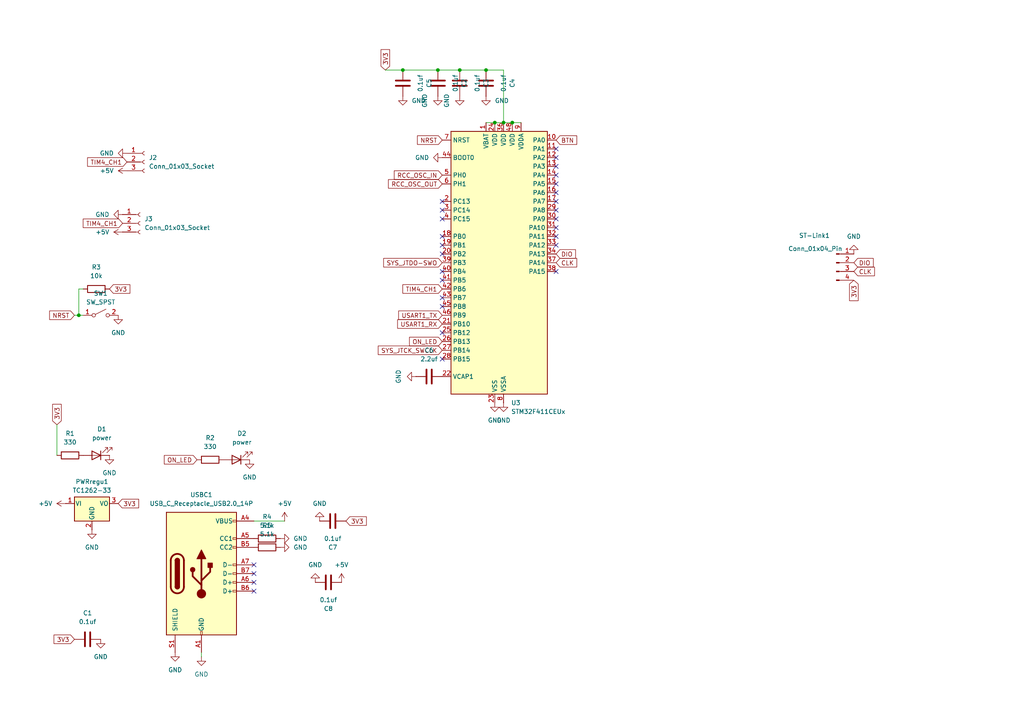
<source format=kicad_sch>
(kicad_sch
	(version 20231120)
	(generator "eeschema")
	(generator_version "8.0")
	(uuid "d4c5562f-9255-41f2-93f3-9dcfb453d64d")
	(paper "A4")
	(lib_symbols
		(symbol "Connector:Conn_01x03_Socket"
			(pin_names
				(offset 1.016) hide)
			(exclude_from_sim no)
			(in_bom yes)
			(on_board yes)
			(property "Reference" "J"
				(at 0 5.08 0)
				(effects
					(font
						(size 1.27 1.27)
					)
				)
			)
			(property "Value" "Conn_01x03_Socket"
				(at 0 -5.08 0)
				(effects
					(font
						(size 1.27 1.27)
					)
				)
			)
			(property "Footprint" ""
				(at 0 0 0)
				(effects
					(font
						(size 1.27 1.27)
					)
					(hide yes)
				)
			)
			(property "Datasheet" "~"
				(at 0 0 0)
				(effects
					(font
						(size 1.27 1.27)
					)
					(hide yes)
				)
			)
			(property "Description" "Generic connector, single row, 01x03, script generated"
				(at 0 0 0)
				(effects
					(font
						(size 1.27 1.27)
					)
					(hide yes)
				)
			)
			(property "ki_locked" ""
				(at 0 0 0)
				(effects
					(font
						(size 1.27 1.27)
					)
				)
			)
			(property "ki_keywords" "connector"
				(at 0 0 0)
				(effects
					(font
						(size 1.27 1.27)
					)
					(hide yes)
				)
			)
			(property "ki_fp_filters" "Connector*:*_1x??_*"
				(at 0 0 0)
				(effects
					(font
						(size 1.27 1.27)
					)
					(hide yes)
				)
			)
			(symbol "Conn_01x03_Socket_1_1"
				(arc
					(start 0 -2.032)
					(mid -0.5058 -2.54)
					(end 0 -3.048)
					(stroke
						(width 0.1524)
						(type default)
					)
					(fill
						(type none)
					)
				)
				(polyline
					(pts
						(xy -1.27 -2.54) (xy -0.508 -2.54)
					)
					(stroke
						(width 0.1524)
						(type default)
					)
					(fill
						(type none)
					)
				)
				(polyline
					(pts
						(xy -1.27 0) (xy -0.508 0)
					)
					(stroke
						(width 0.1524)
						(type default)
					)
					(fill
						(type none)
					)
				)
				(polyline
					(pts
						(xy -1.27 2.54) (xy -0.508 2.54)
					)
					(stroke
						(width 0.1524)
						(type default)
					)
					(fill
						(type none)
					)
				)
				(arc
					(start 0 0.508)
					(mid -0.5058 0)
					(end 0 -0.508)
					(stroke
						(width 0.1524)
						(type default)
					)
					(fill
						(type none)
					)
				)
				(arc
					(start 0 3.048)
					(mid -0.5058 2.54)
					(end 0 2.032)
					(stroke
						(width 0.1524)
						(type default)
					)
					(fill
						(type none)
					)
				)
				(pin passive line
					(at -5.08 2.54 0)
					(length 3.81)
					(name "Pin_1"
						(effects
							(font
								(size 1.27 1.27)
							)
						)
					)
					(number "1"
						(effects
							(font
								(size 1.27 1.27)
							)
						)
					)
				)
				(pin passive line
					(at -5.08 0 0)
					(length 3.81)
					(name "Pin_2"
						(effects
							(font
								(size 1.27 1.27)
							)
						)
					)
					(number "2"
						(effects
							(font
								(size 1.27 1.27)
							)
						)
					)
				)
				(pin passive line
					(at -5.08 -2.54 0)
					(length 3.81)
					(name "Pin_3"
						(effects
							(font
								(size 1.27 1.27)
							)
						)
					)
					(number "3"
						(effects
							(font
								(size 1.27 1.27)
							)
						)
					)
				)
			)
		)
		(symbol "Connector:Conn_01x04_Pin"
			(pin_names
				(offset 1.016) hide)
			(exclude_from_sim no)
			(in_bom yes)
			(on_board yes)
			(property "Reference" "J"
				(at 0 5.08 0)
				(effects
					(font
						(size 1.27 1.27)
					)
				)
			)
			(property "Value" "Conn_01x04_Pin"
				(at 0 -7.62 0)
				(effects
					(font
						(size 1.27 1.27)
					)
				)
			)
			(property "Footprint" ""
				(at 0 0 0)
				(effects
					(font
						(size 1.27 1.27)
					)
					(hide yes)
				)
			)
			(property "Datasheet" "~"
				(at 0 0 0)
				(effects
					(font
						(size 1.27 1.27)
					)
					(hide yes)
				)
			)
			(property "Description" "Generic connector, single row, 01x04, script generated"
				(at 0 0 0)
				(effects
					(font
						(size 1.27 1.27)
					)
					(hide yes)
				)
			)
			(property "ki_locked" ""
				(at 0 0 0)
				(effects
					(font
						(size 1.27 1.27)
					)
				)
			)
			(property "ki_keywords" "connector"
				(at 0 0 0)
				(effects
					(font
						(size 1.27 1.27)
					)
					(hide yes)
				)
			)
			(property "ki_fp_filters" "Connector*:*_1x??_*"
				(at 0 0 0)
				(effects
					(font
						(size 1.27 1.27)
					)
					(hide yes)
				)
			)
			(symbol "Conn_01x04_Pin_1_1"
				(polyline
					(pts
						(xy 1.27 -5.08) (xy 0.8636 -5.08)
					)
					(stroke
						(width 0.1524)
						(type default)
					)
					(fill
						(type none)
					)
				)
				(polyline
					(pts
						(xy 1.27 -2.54) (xy 0.8636 -2.54)
					)
					(stroke
						(width 0.1524)
						(type default)
					)
					(fill
						(type none)
					)
				)
				(polyline
					(pts
						(xy 1.27 0) (xy 0.8636 0)
					)
					(stroke
						(width 0.1524)
						(type default)
					)
					(fill
						(type none)
					)
				)
				(polyline
					(pts
						(xy 1.27 2.54) (xy 0.8636 2.54)
					)
					(stroke
						(width 0.1524)
						(type default)
					)
					(fill
						(type none)
					)
				)
				(rectangle
					(start 0.8636 -4.953)
					(end 0 -5.207)
					(stroke
						(width 0.1524)
						(type default)
					)
					(fill
						(type outline)
					)
				)
				(rectangle
					(start 0.8636 -2.413)
					(end 0 -2.667)
					(stroke
						(width 0.1524)
						(type default)
					)
					(fill
						(type outline)
					)
				)
				(rectangle
					(start 0.8636 0.127)
					(end 0 -0.127)
					(stroke
						(width 0.1524)
						(type default)
					)
					(fill
						(type outline)
					)
				)
				(rectangle
					(start 0.8636 2.667)
					(end 0 2.413)
					(stroke
						(width 0.1524)
						(type default)
					)
					(fill
						(type outline)
					)
				)
				(pin passive line
					(at 5.08 2.54 180)
					(length 3.81)
					(name "Pin_1"
						(effects
							(font
								(size 1.27 1.27)
							)
						)
					)
					(number "1"
						(effects
							(font
								(size 1.27 1.27)
							)
						)
					)
				)
				(pin passive line
					(at 5.08 0 180)
					(length 3.81)
					(name "Pin_2"
						(effects
							(font
								(size 1.27 1.27)
							)
						)
					)
					(number "2"
						(effects
							(font
								(size 1.27 1.27)
							)
						)
					)
				)
				(pin passive line
					(at 5.08 -2.54 180)
					(length 3.81)
					(name "Pin_3"
						(effects
							(font
								(size 1.27 1.27)
							)
						)
					)
					(number "3"
						(effects
							(font
								(size 1.27 1.27)
							)
						)
					)
				)
				(pin passive line
					(at 5.08 -5.08 180)
					(length 3.81)
					(name "Pin_4"
						(effects
							(font
								(size 1.27 1.27)
							)
						)
					)
					(number "4"
						(effects
							(font
								(size 1.27 1.27)
							)
						)
					)
				)
			)
		)
		(symbol "Connector:USB_C_Receptacle_USB2.0_14P"
			(pin_names
				(offset 1.016)
			)
			(exclude_from_sim no)
			(in_bom yes)
			(on_board yes)
			(property "Reference" "J"
				(at 0 22.225 0)
				(effects
					(font
						(size 1.27 1.27)
					)
				)
			)
			(property "Value" "USB_C_Receptacle_USB2.0_14P"
				(at 0 19.685 0)
				(effects
					(font
						(size 1.27 1.27)
					)
				)
			)
			(property "Footprint" ""
				(at 3.81 0 0)
				(effects
					(font
						(size 1.27 1.27)
					)
					(hide yes)
				)
			)
			(property "Datasheet" "https://www.usb.org/sites/default/files/documents/usb_type-c.zip"
				(at 3.81 0 0)
				(effects
					(font
						(size 1.27 1.27)
					)
					(hide yes)
				)
			)
			(property "Description" "USB 2.0-only 14P Type-C Receptacle connector"
				(at 0 0 0)
				(effects
					(font
						(size 1.27 1.27)
					)
					(hide yes)
				)
			)
			(property "ki_keywords" "usb universal serial bus type-C USB2.0"
				(at 0 0 0)
				(effects
					(font
						(size 1.27 1.27)
					)
					(hide yes)
				)
			)
			(property "ki_fp_filters" "USB*C*Receptacle*"
				(at 0 0 0)
				(effects
					(font
						(size 1.27 1.27)
					)
					(hide yes)
				)
			)
			(symbol "USB_C_Receptacle_USB2.0_14P_0_0"
				(rectangle
					(start -0.254 -17.78)
					(end 0.254 -16.764)
					(stroke
						(width 0)
						(type default)
					)
					(fill
						(type none)
					)
				)
				(rectangle
					(start 10.16 -4.826)
					(end 9.144 -5.334)
					(stroke
						(width 0)
						(type default)
					)
					(fill
						(type none)
					)
				)
				(rectangle
					(start 10.16 -2.286)
					(end 9.144 -2.794)
					(stroke
						(width 0)
						(type default)
					)
					(fill
						(type none)
					)
				)
				(rectangle
					(start 10.16 0.254)
					(end 9.144 -0.254)
					(stroke
						(width 0)
						(type default)
					)
					(fill
						(type none)
					)
				)
				(rectangle
					(start 10.16 2.794)
					(end 9.144 2.286)
					(stroke
						(width 0)
						(type default)
					)
					(fill
						(type none)
					)
				)
				(rectangle
					(start 10.16 7.874)
					(end 9.144 7.366)
					(stroke
						(width 0)
						(type default)
					)
					(fill
						(type none)
					)
				)
				(rectangle
					(start 10.16 10.414)
					(end 9.144 9.906)
					(stroke
						(width 0)
						(type default)
					)
					(fill
						(type none)
					)
				)
				(rectangle
					(start 10.16 15.494)
					(end 9.144 14.986)
					(stroke
						(width 0)
						(type default)
					)
					(fill
						(type none)
					)
				)
			)
			(symbol "USB_C_Receptacle_USB2.0_14P_0_1"
				(rectangle
					(start -10.16 17.78)
					(end 10.16 -17.78)
					(stroke
						(width 0.254)
						(type default)
					)
					(fill
						(type background)
					)
				)
				(arc
					(start -8.89 -3.81)
					(mid -6.985 -5.7067)
					(end -5.08 -3.81)
					(stroke
						(width 0.508)
						(type default)
					)
					(fill
						(type none)
					)
				)
				(arc
					(start -7.62 -3.81)
					(mid -6.985 -4.4423)
					(end -6.35 -3.81)
					(stroke
						(width 0.254)
						(type default)
					)
					(fill
						(type none)
					)
				)
				(arc
					(start -7.62 -3.81)
					(mid -6.985 -4.4423)
					(end -6.35 -3.81)
					(stroke
						(width 0.254)
						(type default)
					)
					(fill
						(type outline)
					)
				)
				(rectangle
					(start -7.62 -3.81)
					(end -6.35 3.81)
					(stroke
						(width 0.254)
						(type default)
					)
					(fill
						(type outline)
					)
				)
				(arc
					(start -6.35 3.81)
					(mid -6.985 4.4423)
					(end -7.62 3.81)
					(stroke
						(width 0.254)
						(type default)
					)
					(fill
						(type none)
					)
				)
				(arc
					(start -6.35 3.81)
					(mid -6.985 4.4423)
					(end -7.62 3.81)
					(stroke
						(width 0.254)
						(type default)
					)
					(fill
						(type outline)
					)
				)
				(arc
					(start -5.08 3.81)
					(mid -6.985 5.7067)
					(end -8.89 3.81)
					(stroke
						(width 0.508)
						(type default)
					)
					(fill
						(type none)
					)
				)
				(circle
					(center -2.54 1.143)
					(radius 0.635)
					(stroke
						(width 0.254)
						(type default)
					)
					(fill
						(type outline)
					)
				)
				(circle
					(center 0 -5.842)
					(radius 1.27)
					(stroke
						(width 0)
						(type default)
					)
					(fill
						(type outline)
					)
				)
				(polyline
					(pts
						(xy -8.89 -3.81) (xy -8.89 3.81)
					)
					(stroke
						(width 0.508)
						(type default)
					)
					(fill
						(type none)
					)
				)
				(polyline
					(pts
						(xy -5.08 3.81) (xy -5.08 -3.81)
					)
					(stroke
						(width 0.508)
						(type default)
					)
					(fill
						(type none)
					)
				)
				(polyline
					(pts
						(xy 0 -5.842) (xy 0 4.318)
					)
					(stroke
						(width 0.508)
						(type default)
					)
					(fill
						(type none)
					)
				)
				(polyline
					(pts
						(xy 0 -3.302) (xy -2.54 -0.762) (xy -2.54 0.508)
					)
					(stroke
						(width 0.508)
						(type default)
					)
					(fill
						(type none)
					)
				)
				(polyline
					(pts
						(xy 0 -2.032) (xy 2.54 0.508) (xy 2.54 1.778)
					)
					(stroke
						(width 0.508)
						(type default)
					)
					(fill
						(type none)
					)
				)
				(polyline
					(pts
						(xy -1.27 4.318) (xy 0 6.858) (xy 1.27 4.318) (xy -1.27 4.318)
					)
					(stroke
						(width 0.254)
						(type default)
					)
					(fill
						(type outline)
					)
				)
				(rectangle
					(start 1.905 1.778)
					(end 3.175 3.048)
					(stroke
						(width 0.254)
						(type default)
					)
					(fill
						(type outline)
					)
				)
			)
			(symbol "USB_C_Receptacle_USB2.0_14P_1_1"
				(pin passive line
					(at 0 -22.86 90)
					(length 5.08)
					(name "GND"
						(effects
							(font
								(size 1.27 1.27)
							)
						)
					)
					(number "A1"
						(effects
							(font
								(size 1.27 1.27)
							)
						)
					)
				)
				(pin passive line
					(at 0 -22.86 90)
					(length 5.08) hide
					(name "GND"
						(effects
							(font
								(size 1.27 1.27)
							)
						)
					)
					(number "A12"
						(effects
							(font
								(size 1.27 1.27)
							)
						)
					)
				)
				(pin passive line
					(at 15.24 15.24 180)
					(length 5.08)
					(name "VBUS"
						(effects
							(font
								(size 1.27 1.27)
							)
						)
					)
					(number "A4"
						(effects
							(font
								(size 1.27 1.27)
							)
						)
					)
				)
				(pin bidirectional line
					(at 15.24 10.16 180)
					(length 5.08)
					(name "CC1"
						(effects
							(font
								(size 1.27 1.27)
							)
						)
					)
					(number "A5"
						(effects
							(font
								(size 1.27 1.27)
							)
						)
					)
				)
				(pin bidirectional line
					(at 15.24 -2.54 180)
					(length 5.08)
					(name "D+"
						(effects
							(font
								(size 1.27 1.27)
							)
						)
					)
					(number "A6"
						(effects
							(font
								(size 1.27 1.27)
							)
						)
					)
				)
				(pin bidirectional line
					(at 15.24 2.54 180)
					(length 5.08)
					(name "D-"
						(effects
							(font
								(size 1.27 1.27)
							)
						)
					)
					(number "A7"
						(effects
							(font
								(size 1.27 1.27)
							)
						)
					)
				)
				(pin passive line
					(at 15.24 15.24 180)
					(length 5.08) hide
					(name "VBUS"
						(effects
							(font
								(size 1.27 1.27)
							)
						)
					)
					(number "A9"
						(effects
							(font
								(size 1.27 1.27)
							)
						)
					)
				)
				(pin passive line
					(at 0 -22.86 90)
					(length 5.08) hide
					(name "GND"
						(effects
							(font
								(size 1.27 1.27)
							)
						)
					)
					(number "B1"
						(effects
							(font
								(size 1.27 1.27)
							)
						)
					)
				)
				(pin passive line
					(at 0 -22.86 90)
					(length 5.08) hide
					(name "GND"
						(effects
							(font
								(size 1.27 1.27)
							)
						)
					)
					(number "B12"
						(effects
							(font
								(size 1.27 1.27)
							)
						)
					)
				)
				(pin passive line
					(at 15.24 15.24 180)
					(length 5.08) hide
					(name "VBUS"
						(effects
							(font
								(size 1.27 1.27)
							)
						)
					)
					(number "B4"
						(effects
							(font
								(size 1.27 1.27)
							)
						)
					)
				)
				(pin bidirectional line
					(at 15.24 7.62 180)
					(length 5.08)
					(name "CC2"
						(effects
							(font
								(size 1.27 1.27)
							)
						)
					)
					(number "B5"
						(effects
							(font
								(size 1.27 1.27)
							)
						)
					)
				)
				(pin bidirectional line
					(at 15.24 -5.08 180)
					(length 5.08)
					(name "D+"
						(effects
							(font
								(size 1.27 1.27)
							)
						)
					)
					(number "B6"
						(effects
							(font
								(size 1.27 1.27)
							)
						)
					)
				)
				(pin bidirectional line
					(at 15.24 0 180)
					(length 5.08)
					(name "D-"
						(effects
							(font
								(size 1.27 1.27)
							)
						)
					)
					(number "B7"
						(effects
							(font
								(size 1.27 1.27)
							)
						)
					)
				)
				(pin passive line
					(at 15.24 15.24 180)
					(length 5.08) hide
					(name "VBUS"
						(effects
							(font
								(size 1.27 1.27)
							)
						)
					)
					(number "B9"
						(effects
							(font
								(size 1.27 1.27)
							)
						)
					)
				)
				(pin passive line
					(at -7.62 -22.86 90)
					(length 5.08)
					(name "SHIELD"
						(effects
							(font
								(size 1.27 1.27)
							)
						)
					)
					(number "S1"
						(effects
							(font
								(size 1.27 1.27)
							)
						)
					)
				)
			)
		)
		(symbol "Device:C"
			(pin_numbers hide)
			(pin_names
				(offset 0.254)
			)
			(exclude_from_sim no)
			(in_bom yes)
			(on_board yes)
			(property "Reference" "C"
				(at 0.635 2.54 0)
				(effects
					(font
						(size 1.27 1.27)
					)
					(justify left)
				)
			)
			(property "Value" "C"
				(at 0.635 -2.54 0)
				(effects
					(font
						(size 1.27 1.27)
					)
					(justify left)
				)
			)
			(property "Footprint" ""
				(at 0.9652 -3.81 0)
				(effects
					(font
						(size 1.27 1.27)
					)
					(hide yes)
				)
			)
			(property "Datasheet" "~"
				(at 0 0 0)
				(effects
					(font
						(size 1.27 1.27)
					)
					(hide yes)
				)
			)
			(property "Description" "Unpolarized capacitor"
				(at 0 0 0)
				(effects
					(font
						(size 1.27 1.27)
					)
					(hide yes)
				)
			)
			(property "ki_keywords" "cap capacitor"
				(at 0 0 0)
				(effects
					(font
						(size 1.27 1.27)
					)
					(hide yes)
				)
			)
			(property "ki_fp_filters" "C_*"
				(at 0 0 0)
				(effects
					(font
						(size 1.27 1.27)
					)
					(hide yes)
				)
			)
			(symbol "C_0_1"
				(polyline
					(pts
						(xy -2.032 -0.762) (xy 2.032 -0.762)
					)
					(stroke
						(width 0.508)
						(type default)
					)
					(fill
						(type none)
					)
				)
				(polyline
					(pts
						(xy -2.032 0.762) (xy 2.032 0.762)
					)
					(stroke
						(width 0.508)
						(type default)
					)
					(fill
						(type none)
					)
				)
			)
			(symbol "C_1_1"
				(pin passive line
					(at 0 3.81 270)
					(length 2.794)
					(name "~"
						(effects
							(font
								(size 1.27 1.27)
							)
						)
					)
					(number "1"
						(effects
							(font
								(size 1.27 1.27)
							)
						)
					)
				)
				(pin passive line
					(at 0 -3.81 90)
					(length 2.794)
					(name "~"
						(effects
							(font
								(size 1.27 1.27)
							)
						)
					)
					(number "2"
						(effects
							(font
								(size 1.27 1.27)
							)
						)
					)
				)
			)
		)
		(symbol "Device:LED"
			(pin_numbers hide)
			(pin_names
				(offset 1.016) hide)
			(exclude_from_sim no)
			(in_bom yes)
			(on_board yes)
			(property "Reference" "D"
				(at 0 2.54 0)
				(effects
					(font
						(size 1.27 1.27)
					)
				)
			)
			(property "Value" "LED"
				(at 0 -2.54 0)
				(effects
					(font
						(size 1.27 1.27)
					)
				)
			)
			(property "Footprint" ""
				(at 0 0 0)
				(effects
					(font
						(size 1.27 1.27)
					)
					(hide yes)
				)
			)
			(property "Datasheet" "~"
				(at 0 0 0)
				(effects
					(font
						(size 1.27 1.27)
					)
					(hide yes)
				)
			)
			(property "Description" "Light emitting diode"
				(at 0 0 0)
				(effects
					(font
						(size 1.27 1.27)
					)
					(hide yes)
				)
			)
			(property "ki_keywords" "LED diode"
				(at 0 0 0)
				(effects
					(font
						(size 1.27 1.27)
					)
					(hide yes)
				)
			)
			(property "ki_fp_filters" "LED* LED_SMD:* LED_THT:*"
				(at 0 0 0)
				(effects
					(font
						(size 1.27 1.27)
					)
					(hide yes)
				)
			)
			(symbol "LED_0_1"
				(polyline
					(pts
						(xy -1.27 -1.27) (xy -1.27 1.27)
					)
					(stroke
						(width 0.254)
						(type default)
					)
					(fill
						(type none)
					)
				)
				(polyline
					(pts
						(xy -1.27 0) (xy 1.27 0)
					)
					(stroke
						(width 0)
						(type default)
					)
					(fill
						(type none)
					)
				)
				(polyline
					(pts
						(xy 1.27 -1.27) (xy 1.27 1.27) (xy -1.27 0) (xy 1.27 -1.27)
					)
					(stroke
						(width 0.254)
						(type default)
					)
					(fill
						(type none)
					)
				)
				(polyline
					(pts
						(xy -3.048 -0.762) (xy -4.572 -2.286) (xy -3.81 -2.286) (xy -4.572 -2.286) (xy -4.572 -1.524)
					)
					(stroke
						(width 0)
						(type default)
					)
					(fill
						(type none)
					)
				)
				(polyline
					(pts
						(xy -1.778 -0.762) (xy -3.302 -2.286) (xy -2.54 -2.286) (xy -3.302 -2.286) (xy -3.302 -1.524)
					)
					(stroke
						(width 0)
						(type default)
					)
					(fill
						(type none)
					)
				)
			)
			(symbol "LED_1_1"
				(pin passive line
					(at -3.81 0 0)
					(length 2.54)
					(name "K"
						(effects
							(font
								(size 1.27 1.27)
							)
						)
					)
					(number "1"
						(effects
							(font
								(size 1.27 1.27)
							)
						)
					)
				)
				(pin passive line
					(at 3.81 0 180)
					(length 2.54)
					(name "A"
						(effects
							(font
								(size 1.27 1.27)
							)
						)
					)
					(number "2"
						(effects
							(font
								(size 1.27 1.27)
							)
						)
					)
				)
			)
		)
		(symbol "Device:R"
			(pin_numbers hide)
			(pin_names
				(offset 0)
			)
			(exclude_from_sim no)
			(in_bom yes)
			(on_board yes)
			(property "Reference" "R"
				(at 2.032 0 90)
				(effects
					(font
						(size 1.27 1.27)
					)
				)
			)
			(property "Value" "R"
				(at 0 0 90)
				(effects
					(font
						(size 1.27 1.27)
					)
				)
			)
			(property "Footprint" ""
				(at -1.778 0 90)
				(effects
					(font
						(size 1.27 1.27)
					)
					(hide yes)
				)
			)
			(property "Datasheet" "~"
				(at 0 0 0)
				(effects
					(font
						(size 1.27 1.27)
					)
					(hide yes)
				)
			)
			(property "Description" "Resistor"
				(at 0 0 0)
				(effects
					(font
						(size 1.27 1.27)
					)
					(hide yes)
				)
			)
			(property "ki_keywords" "R res resistor"
				(at 0 0 0)
				(effects
					(font
						(size 1.27 1.27)
					)
					(hide yes)
				)
			)
			(property "ki_fp_filters" "R_*"
				(at 0 0 0)
				(effects
					(font
						(size 1.27 1.27)
					)
					(hide yes)
				)
			)
			(symbol "R_0_1"
				(rectangle
					(start -1.016 -2.54)
					(end 1.016 2.54)
					(stroke
						(width 0.254)
						(type default)
					)
					(fill
						(type none)
					)
				)
			)
			(symbol "R_1_1"
				(pin passive line
					(at 0 3.81 270)
					(length 1.27)
					(name "~"
						(effects
							(font
								(size 1.27 1.27)
							)
						)
					)
					(number "1"
						(effects
							(font
								(size 1.27 1.27)
							)
						)
					)
				)
				(pin passive line
					(at 0 -3.81 90)
					(length 1.27)
					(name "~"
						(effects
							(font
								(size 1.27 1.27)
							)
						)
					)
					(number "2"
						(effects
							(font
								(size 1.27 1.27)
							)
						)
					)
				)
			)
		)
		(symbol "MCU_ST_STM32F4:STM32F411CEUx"
			(exclude_from_sim no)
			(in_bom yes)
			(on_board yes)
			(property "Reference" "U"
				(at -12.7 39.37 0)
				(effects
					(font
						(size 1.27 1.27)
					)
					(justify left)
				)
			)
			(property "Value" "STM32F411CEUx"
				(at 10.16 39.37 0)
				(effects
					(font
						(size 1.27 1.27)
					)
					(justify left)
				)
			)
			(property "Footprint" "Package_DFN_QFN:QFN-48-1EP_7x7mm_P0.5mm_EP5.6x5.6mm"
				(at -12.7 -38.1 0)
				(effects
					(font
						(size 1.27 1.27)
					)
					(justify right)
					(hide yes)
				)
			)
			(property "Datasheet" "https://www.st.com/resource/en/datasheet/stm32f411ce.pdf"
				(at 0 0 0)
				(effects
					(font
						(size 1.27 1.27)
					)
					(hide yes)
				)
			)
			(property "Description" "STMicroelectronics Arm Cortex-M4 MCU, 512KB flash, 128KB RAM, 100 MHz, 1.7-3.6V, 36 GPIO, UFQFPN48"
				(at 0 0 0)
				(effects
					(font
						(size 1.27 1.27)
					)
					(hide yes)
				)
			)
			(property "ki_locked" ""
				(at 0 0 0)
				(effects
					(font
						(size 1.27 1.27)
					)
				)
			)
			(property "ki_keywords" "Arm Cortex-M4 STM32F4 STM32F411"
				(at 0 0 0)
				(effects
					(font
						(size 1.27 1.27)
					)
					(hide yes)
				)
			)
			(property "ki_fp_filters" "QFN*1EP*7x7mm*P0.5mm*"
				(at 0 0 0)
				(effects
					(font
						(size 1.27 1.27)
					)
					(hide yes)
				)
			)
			(symbol "STM32F411CEUx_0_1"
				(rectangle
					(start -12.7 -38.1)
					(end 15.24 38.1)
					(stroke
						(width 0.254)
						(type default)
					)
					(fill
						(type background)
					)
				)
			)
			(symbol "STM32F411CEUx_1_1"
				(pin power_in line
					(at -2.54 40.64 270)
					(length 2.54)
					(name "VBAT"
						(effects
							(font
								(size 1.27 1.27)
							)
						)
					)
					(number "1"
						(effects
							(font
								(size 1.27 1.27)
							)
						)
					)
				)
				(pin bidirectional line
					(at 17.78 35.56 180)
					(length 2.54)
					(name "PA0"
						(effects
							(font
								(size 1.27 1.27)
							)
						)
					)
					(number "10"
						(effects
							(font
								(size 1.27 1.27)
							)
						)
					)
					(alternate "ADC1_IN0" bidirectional line)
					(alternate "SYS_WKUP" bidirectional line)
					(alternate "TIM2_CH1" bidirectional line)
					(alternate "TIM2_ETR" bidirectional line)
					(alternate "TIM5_CH1" bidirectional line)
					(alternate "USART2_CTS" bidirectional line)
				)
				(pin bidirectional line
					(at 17.78 33.02 180)
					(length 2.54)
					(name "PA1"
						(effects
							(font
								(size 1.27 1.27)
							)
						)
					)
					(number "11"
						(effects
							(font
								(size 1.27 1.27)
							)
						)
					)
					(alternate "ADC1_IN1" bidirectional line)
					(alternate "I2S4_SD" bidirectional line)
					(alternate "SPI4_MOSI" bidirectional line)
					(alternate "TIM2_CH2" bidirectional line)
					(alternate "TIM5_CH2" bidirectional line)
					(alternate "USART2_RTS" bidirectional line)
				)
				(pin bidirectional line
					(at 17.78 30.48 180)
					(length 2.54)
					(name "PA2"
						(effects
							(font
								(size 1.27 1.27)
							)
						)
					)
					(number "12"
						(effects
							(font
								(size 1.27 1.27)
							)
						)
					)
					(alternate "ADC1_IN2" bidirectional line)
					(alternate "I2S_CKIN" bidirectional line)
					(alternate "TIM2_CH3" bidirectional line)
					(alternate "TIM5_CH3" bidirectional line)
					(alternate "TIM9_CH1" bidirectional line)
					(alternate "USART2_TX" bidirectional line)
				)
				(pin bidirectional line
					(at 17.78 27.94 180)
					(length 2.54)
					(name "PA3"
						(effects
							(font
								(size 1.27 1.27)
							)
						)
					)
					(number "13"
						(effects
							(font
								(size 1.27 1.27)
							)
						)
					)
					(alternate "ADC1_IN3" bidirectional line)
					(alternate "I2S2_MCK" bidirectional line)
					(alternate "TIM2_CH4" bidirectional line)
					(alternate "TIM5_CH4" bidirectional line)
					(alternate "TIM9_CH2" bidirectional line)
					(alternate "USART2_RX" bidirectional line)
				)
				(pin bidirectional line
					(at 17.78 25.4 180)
					(length 2.54)
					(name "PA4"
						(effects
							(font
								(size 1.27 1.27)
							)
						)
					)
					(number "14"
						(effects
							(font
								(size 1.27 1.27)
							)
						)
					)
					(alternate "ADC1_IN4" bidirectional line)
					(alternate "I2S1_WS" bidirectional line)
					(alternate "I2S3_WS" bidirectional line)
					(alternate "SPI1_NSS" bidirectional line)
					(alternate "SPI3_NSS" bidirectional line)
					(alternate "USART2_CK" bidirectional line)
				)
				(pin bidirectional line
					(at 17.78 22.86 180)
					(length 2.54)
					(name "PA5"
						(effects
							(font
								(size 1.27 1.27)
							)
						)
					)
					(number "15"
						(effects
							(font
								(size 1.27 1.27)
							)
						)
					)
					(alternate "ADC1_IN5" bidirectional line)
					(alternate "I2S1_CK" bidirectional line)
					(alternate "SPI1_SCK" bidirectional line)
					(alternate "TIM2_CH1" bidirectional line)
					(alternate "TIM2_ETR" bidirectional line)
				)
				(pin bidirectional line
					(at 17.78 20.32 180)
					(length 2.54)
					(name "PA6"
						(effects
							(font
								(size 1.27 1.27)
							)
						)
					)
					(number "16"
						(effects
							(font
								(size 1.27 1.27)
							)
						)
					)
					(alternate "ADC1_IN6" bidirectional line)
					(alternate "I2S2_MCK" bidirectional line)
					(alternate "SDIO_CMD" bidirectional line)
					(alternate "SPI1_MISO" bidirectional line)
					(alternate "TIM1_BKIN" bidirectional line)
					(alternate "TIM3_CH1" bidirectional line)
				)
				(pin bidirectional line
					(at 17.78 17.78 180)
					(length 2.54)
					(name "PA7"
						(effects
							(font
								(size 1.27 1.27)
							)
						)
					)
					(number "17"
						(effects
							(font
								(size 1.27 1.27)
							)
						)
					)
					(alternate "ADC1_IN7" bidirectional line)
					(alternate "I2S1_SD" bidirectional line)
					(alternate "SPI1_MOSI" bidirectional line)
					(alternate "TIM1_CH1N" bidirectional line)
					(alternate "TIM3_CH2" bidirectional line)
				)
				(pin bidirectional line
					(at -15.24 7.62 0)
					(length 2.54)
					(name "PB0"
						(effects
							(font
								(size 1.27 1.27)
							)
						)
					)
					(number "18"
						(effects
							(font
								(size 1.27 1.27)
							)
						)
					)
					(alternate "ADC1_IN8" bidirectional line)
					(alternate "I2S5_CK" bidirectional line)
					(alternate "SPI5_SCK" bidirectional line)
					(alternate "TIM1_CH2N" bidirectional line)
					(alternate "TIM3_CH3" bidirectional line)
				)
				(pin bidirectional line
					(at -15.24 5.08 0)
					(length 2.54)
					(name "PB1"
						(effects
							(font
								(size 1.27 1.27)
							)
						)
					)
					(number "19"
						(effects
							(font
								(size 1.27 1.27)
							)
						)
					)
					(alternate "ADC1_IN9" bidirectional line)
					(alternate "I2S5_WS" bidirectional line)
					(alternate "SPI5_NSS" bidirectional line)
					(alternate "TIM1_CH3N" bidirectional line)
					(alternate "TIM3_CH4" bidirectional line)
				)
				(pin bidirectional line
					(at -15.24 17.78 0)
					(length 2.54)
					(name "PC13"
						(effects
							(font
								(size 1.27 1.27)
							)
						)
					)
					(number "2"
						(effects
							(font
								(size 1.27 1.27)
							)
						)
					)
					(alternate "RTC_AF1" bidirectional line)
				)
				(pin bidirectional line
					(at -15.24 2.54 0)
					(length 2.54)
					(name "PB2"
						(effects
							(font
								(size 1.27 1.27)
							)
						)
					)
					(number "20"
						(effects
							(font
								(size 1.27 1.27)
							)
						)
					)
				)
				(pin bidirectional line
					(at -15.24 -17.78 0)
					(length 2.54)
					(name "PB10"
						(effects
							(font
								(size 1.27 1.27)
							)
						)
					)
					(number "21"
						(effects
							(font
								(size 1.27 1.27)
							)
						)
					)
					(alternate "I2C2_SCL" bidirectional line)
					(alternate "I2S2_CK" bidirectional line)
					(alternate "I2S3_MCK" bidirectional line)
					(alternate "SDIO_D7" bidirectional line)
					(alternate "SPI2_SCK" bidirectional line)
					(alternate "TIM2_CH3" bidirectional line)
				)
				(pin power_out line
					(at -15.24 -33.02 0)
					(length 2.54)
					(name "VCAP1"
						(effects
							(font
								(size 1.27 1.27)
							)
						)
					)
					(number "22"
						(effects
							(font
								(size 1.27 1.27)
							)
						)
					)
				)
				(pin power_in line
					(at 0 -40.64 90)
					(length 2.54)
					(name "VSS"
						(effects
							(font
								(size 1.27 1.27)
							)
						)
					)
					(number "23"
						(effects
							(font
								(size 1.27 1.27)
							)
						)
					)
				)
				(pin power_in line
					(at 0 40.64 270)
					(length 2.54)
					(name "VDD"
						(effects
							(font
								(size 1.27 1.27)
							)
						)
					)
					(number "24"
						(effects
							(font
								(size 1.27 1.27)
							)
						)
					)
				)
				(pin bidirectional line
					(at -15.24 -20.32 0)
					(length 2.54)
					(name "PB12"
						(effects
							(font
								(size 1.27 1.27)
							)
						)
					)
					(number "25"
						(effects
							(font
								(size 1.27 1.27)
							)
						)
					)
					(alternate "I2C2_SMBA" bidirectional line)
					(alternate "I2S2_WS" bidirectional line)
					(alternate "I2S3_CK" bidirectional line)
					(alternate "I2S4_WS" bidirectional line)
					(alternate "SPI2_NSS" bidirectional line)
					(alternate "SPI3_SCK" bidirectional line)
					(alternate "SPI4_NSS" bidirectional line)
					(alternate "TIM1_BKIN" bidirectional line)
				)
				(pin bidirectional line
					(at -15.24 -22.86 0)
					(length 2.54)
					(name "PB13"
						(effects
							(font
								(size 1.27 1.27)
							)
						)
					)
					(number "26"
						(effects
							(font
								(size 1.27 1.27)
							)
						)
					)
					(alternate "I2S2_CK" bidirectional line)
					(alternate "I2S4_CK" bidirectional line)
					(alternate "SPI2_SCK" bidirectional line)
					(alternate "SPI4_SCK" bidirectional line)
					(alternate "TIM1_CH1N" bidirectional line)
				)
				(pin bidirectional line
					(at -15.24 -25.4 0)
					(length 2.54)
					(name "PB14"
						(effects
							(font
								(size 1.27 1.27)
							)
						)
					)
					(number "27"
						(effects
							(font
								(size 1.27 1.27)
							)
						)
					)
					(alternate "I2S2_ext_SD" bidirectional line)
					(alternate "SDIO_D6" bidirectional line)
					(alternate "SPI2_MISO" bidirectional line)
					(alternate "TIM1_CH2N" bidirectional line)
				)
				(pin bidirectional line
					(at -15.24 -27.94 0)
					(length 2.54)
					(name "PB15"
						(effects
							(font
								(size 1.27 1.27)
							)
						)
					)
					(number "28"
						(effects
							(font
								(size 1.27 1.27)
							)
						)
					)
					(alternate "ADC1_EXTI15" bidirectional line)
					(alternate "I2S2_SD" bidirectional line)
					(alternate "RTC_REFIN" bidirectional line)
					(alternate "SDIO_CK" bidirectional line)
					(alternate "SPI2_MOSI" bidirectional line)
					(alternate "TIM1_CH3N" bidirectional line)
				)
				(pin bidirectional line
					(at 17.78 15.24 180)
					(length 2.54)
					(name "PA8"
						(effects
							(font
								(size 1.27 1.27)
							)
						)
					)
					(number "29"
						(effects
							(font
								(size 1.27 1.27)
							)
						)
					)
					(alternate "I2C3_SCL" bidirectional line)
					(alternate "RCC_MCO_1" bidirectional line)
					(alternate "SDIO_D1" bidirectional line)
					(alternate "TIM1_CH1" bidirectional line)
					(alternate "USART1_CK" bidirectional line)
					(alternate "USB_OTG_FS_SOF" bidirectional line)
				)
				(pin bidirectional line
					(at -15.24 15.24 0)
					(length 2.54)
					(name "PC14"
						(effects
							(font
								(size 1.27 1.27)
							)
						)
					)
					(number "3"
						(effects
							(font
								(size 1.27 1.27)
							)
						)
					)
					(alternate "RCC_OSC32_IN" bidirectional line)
				)
				(pin bidirectional line
					(at 17.78 12.7 180)
					(length 2.54)
					(name "PA9"
						(effects
							(font
								(size 1.27 1.27)
							)
						)
					)
					(number "30"
						(effects
							(font
								(size 1.27 1.27)
							)
						)
					)
					(alternate "I2C3_SMBA" bidirectional line)
					(alternate "SDIO_D2" bidirectional line)
					(alternate "TIM1_CH2" bidirectional line)
					(alternate "USART1_TX" bidirectional line)
					(alternate "USB_OTG_FS_VBUS" bidirectional line)
				)
				(pin bidirectional line
					(at 17.78 10.16 180)
					(length 2.54)
					(name "PA10"
						(effects
							(font
								(size 1.27 1.27)
							)
						)
					)
					(number "31"
						(effects
							(font
								(size 1.27 1.27)
							)
						)
					)
					(alternate "I2S5_SD" bidirectional line)
					(alternate "SPI5_MOSI" bidirectional line)
					(alternate "TIM1_CH3" bidirectional line)
					(alternate "USART1_RX" bidirectional line)
					(alternate "USB_OTG_FS_ID" bidirectional line)
				)
				(pin bidirectional line
					(at 17.78 7.62 180)
					(length 2.54)
					(name "PA11"
						(effects
							(font
								(size 1.27 1.27)
							)
						)
					)
					(number "32"
						(effects
							(font
								(size 1.27 1.27)
							)
						)
					)
					(alternate "ADC1_EXTI11" bidirectional line)
					(alternate "SPI4_MISO" bidirectional line)
					(alternate "TIM1_CH4" bidirectional line)
					(alternate "USART1_CTS" bidirectional line)
					(alternate "USART6_TX" bidirectional line)
					(alternate "USB_OTG_FS_DM" bidirectional line)
				)
				(pin bidirectional line
					(at 17.78 5.08 180)
					(length 2.54)
					(name "PA12"
						(effects
							(font
								(size 1.27 1.27)
							)
						)
					)
					(number "33"
						(effects
							(font
								(size 1.27 1.27)
							)
						)
					)
					(alternate "SPI5_MISO" bidirectional line)
					(alternate "TIM1_ETR" bidirectional line)
					(alternate "USART1_RTS" bidirectional line)
					(alternate "USART6_RX" bidirectional line)
					(alternate "USB_OTG_FS_DP" bidirectional line)
				)
				(pin bidirectional line
					(at 17.78 2.54 180)
					(length 2.54)
					(name "PA13"
						(effects
							(font
								(size 1.27 1.27)
							)
						)
					)
					(number "34"
						(effects
							(font
								(size 1.27 1.27)
							)
						)
					)
					(alternate "SYS_JTMS-SWDIO" bidirectional line)
				)
				(pin passive line
					(at 0 -40.64 90)
					(length 2.54) hide
					(name "VSS"
						(effects
							(font
								(size 1.27 1.27)
							)
						)
					)
					(number "35"
						(effects
							(font
								(size 1.27 1.27)
							)
						)
					)
				)
				(pin power_in line
					(at 2.54 40.64 270)
					(length 2.54)
					(name "VDD"
						(effects
							(font
								(size 1.27 1.27)
							)
						)
					)
					(number "36"
						(effects
							(font
								(size 1.27 1.27)
							)
						)
					)
				)
				(pin bidirectional line
					(at 17.78 0 180)
					(length 2.54)
					(name "PA14"
						(effects
							(font
								(size 1.27 1.27)
							)
						)
					)
					(number "37"
						(effects
							(font
								(size 1.27 1.27)
							)
						)
					)
					(alternate "SYS_JTCK-SWCLK" bidirectional line)
				)
				(pin bidirectional line
					(at 17.78 -2.54 180)
					(length 2.54)
					(name "PA15"
						(effects
							(font
								(size 1.27 1.27)
							)
						)
					)
					(number "38"
						(effects
							(font
								(size 1.27 1.27)
							)
						)
					)
					(alternate "ADC1_EXTI15" bidirectional line)
					(alternate "I2S1_WS" bidirectional line)
					(alternate "I2S3_WS" bidirectional line)
					(alternate "SPI1_NSS" bidirectional line)
					(alternate "SPI3_NSS" bidirectional line)
					(alternate "SYS_JTDI" bidirectional line)
					(alternate "TIM2_CH1" bidirectional line)
					(alternate "TIM2_ETR" bidirectional line)
					(alternate "USART1_TX" bidirectional line)
				)
				(pin bidirectional line
					(at -15.24 0 0)
					(length 2.54)
					(name "PB3"
						(effects
							(font
								(size 1.27 1.27)
							)
						)
					)
					(number "39"
						(effects
							(font
								(size 1.27 1.27)
							)
						)
					)
					(alternate "I2C2_SDA" bidirectional line)
					(alternate "I2S1_CK" bidirectional line)
					(alternate "I2S3_CK" bidirectional line)
					(alternate "SPI1_SCK" bidirectional line)
					(alternate "SPI3_SCK" bidirectional line)
					(alternate "SYS_JTDO-SWO" bidirectional line)
					(alternate "TIM2_CH2" bidirectional line)
					(alternate "USART1_RX" bidirectional line)
				)
				(pin bidirectional line
					(at -15.24 12.7 0)
					(length 2.54)
					(name "PC15"
						(effects
							(font
								(size 1.27 1.27)
							)
						)
					)
					(number "4"
						(effects
							(font
								(size 1.27 1.27)
							)
						)
					)
					(alternate "ADC1_EXTI15" bidirectional line)
					(alternate "RCC_OSC32_OUT" bidirectional line)
				)
				(pin bidirectional line
					(at -15.24 -2.54 0)
					(length 2.54)
					(name "PB4"
						(effects
							(font
								(size 1.27 1.27)
							)
						)
					)
					(number "40"
						(effects
							(font
								(size 1.27 1.27)
							)
						)
					)
					(alternate "I2C3_SDA" bidirectional line)
					(alternate "I2S3_ext_SD" bidirectional line)
					(alternate "SDIO_D0" bidirectional line)
					(alternate "SPI1_MISO" bidirectional line)
					(alternate "SPI3_MISO" bidirectional line)
					(alternate "SYS_JTRST" bidirectional line)
					(alternate "TIM3_CH1" bidirectional line)
				)
				(pin bidirectional line
					(at -15.24 -5.08 0)
					(length 2.54)
					(name "PB5"
						(effects
							(font
								(size 1.27 1.27)
							)
						)
					)
					(number "41"
						(effects
							(font
								(size 1.27 1.27)
							)
						)
					)
					(alternate "I2C1_SMBA" bidirectional line)
					(alternate "I2S1_SD" bidirectional line)
					(alternate "I2S3_SD" bidirectional line)
					(alternate "SDIO_D3" bidirectional line)
					(alternate "SPI1_MOSI" bidirectional line)
					(alternate "SPI3_MOSI" bidirectional line)
					(alternate "TIM3_CH2" bidirectional line)
				)
				(pin bidirectional line
					(at -15.24 -7.62 0)
					(length 2.54)
					(name "PB6"
						(effects
							(font
								(size 1.27 1.27)
							)
						)
					)
					(number "42"
						(effects
							(font
								(size 1.27 1.27)
							)
						)
					)
					(alternate "I2C1_SCL" bidirectional line)
					(alternate "TIM4_CH1" bidirectional line)
					(alternate "USART1_TX" bidirectional line)
				)
				(pin bidirectional line
					(at -15.24 -10.16 0)
					(length 2.54)
					(name "PB7"
						(effects
							(font
								(size 1.27 1.27)
							)
						)
					)
					(number "43"
						(effects
							(font
								(size 1.27 1.27)
							)
						)
					)
					(alternate "I2C1_SDA" bidirectional line)
					(alternate "SDIO_D0" bidirectional line)
					(alternate "TIM4_CH2" bidirectional line)
					(alternate "USART1_RX" bidirectional line)
				)
				(pin input line
					(at -15.24 30.48 0)
					(length 2.54)
					(name "BOOT0"
						(effects
							(font
								(size 1.27 1.27)
							)
						)
					)
					(number "44"
						(effects
							(font
								(size 1.27 1.27)
							)
						)
					)
				)
				(pin bidirectional line
					(at -15.24 -12.7 0)
					(length 2.54)
					(name "PB8"
						(effects
							(font
								(size 1.27 1.27)
							)
						)
					)
					(number "45"
						(effects
							(font
								(size 1.27 1.27)
							)
						)
					)
					(alternate "I2C1_SCL" bidirectional line)
					(alternate "I2C3_SDA" bidirectional line)
					(alternate "I2S5_SD" bidirectional line)
					(alternate "SDIO_D4" bidirectional line)
					(alternate "SPI5_MOSI" bidirectional line)
					(alternate "TIM10_CH1" bidirectional line)
					(alternate "TIM4_CH3" bidirectional line)
				)
				(pin bidirectional line
					(at -15.24 -15.24 0)
					(length 2.54)
					(name "PB9"
						(effects
							(font
								(size 1.27 1.27)
							)
						)
					)
					(number "46"
						(effects
							(font
								(size 1.27 1.27)
							)
						)
					)
					(alternate "I2C1_SDA" bidirectional line)
					(alternate "I2C2_SDA" bidirectional line)
					(alternate "I2S2_WS" bidirectional line)
					(alternate "SDIO_D5" bidirectional line)
					(alternate "SPI2_NSS" bidirectional line)
					(alternate "TIM11_CH1" bidirectional line)
					(alternate "TIM4_CH4" bidirectional line)
				)
				(pin passive line
					(at 0 -40.64 90)
					(length 2.54) hide
					(name "VSS"
						(effects
							(font
								(size 1.27 1.27)
							)
						)
					)
					(number "47"
						(effects
							(font
								(size 1.27 1.27)
							)
						)
					)
				)
				(pin power_in line
					(at 5.08 40.64 270)
					(length 2.54)
					(name "VDD"
						(effects
							(font
								(size 1.27 1.27)
							)
						)
					)
					(number "48"
						(effects
							(font
								(size 1.27 1.27)
							)
						)
					)
				)
				(pin passive line
					(at 0 -40.64 90)
					(length 2.54) hide
					(name "VSS"
						(effects
							(font
								(size 1.27 1.27)
							)
						)
					)
					(number "49"
						(effects
							(font
								(size 1.27 1.27)
							)
						)
					)
				)
				(pin bidirectional line
					(at -15.24 25.4 0)
					(length 2.54)
					(name "PH0"
						(effects
							(font
								(size 1.27 1.27)
							)
						)
					)
					(number "5"
						(effects
							(font
								(size 1.27 1.27)
							)
						)
					)
					(alternate "RCC_OSC_IN" bidirectional line)
				)
				(pin bidirectional line
					(at -15.24 22.86 0)
					(length 2.54)
					(name "PH1"
						(effects
							(font
								(size 1.27 1.27)
							)
						)
					)
					(number "6"
						(effects
							(font
								(size 1.27 1.27)
							)
						)
					)
					(alternate "RCC_OSC_OUT" bidirectional line)
				)
				(pin input line
					(at -15.24 35.56 0)
					(length 2.54)
					(name "NRST"
						(effects
							(font
								(size 1.27 1.27)
							)
						)
					)
					(number "7"
						(effects
							(font
								(size 1.27 1.27)
							)
						)
					)
				)
				(pin power_in line
					(at 2.54 -40.64 90)
					(length 2.54)
					(name "VSSA"
						(effects
							(font
								(size 1.27 1.27)
							)
						)
					)
					(number "8"
						(effects
							(font
								(size 1.27 1.27)
							)
						)
					)
				)
				(pin power_in line
					(at 7.62 40.64 270)
					(length 2.54)
					(name "VDDA"
						(effects
							(font
								(size 1.27 1.27)
							)
						)
					)
					(number "9"
						(effects
							(font
								(size 1.27 1.27)
							)
						)
					)
				)
			)
		)
		(symbol "Regulator_Linear:TC1262-33"
			(pin_names
				(offset 0.254)
			)
			(exclude_from_sim no)
			(in_bom yes)
			(on_board yes)
			(property "Reference" "U"
				(at -3.81 3.175 0)
				(effects
					(font
						(size 1.27 1.27)
					)
				)
			)
			(property "Value" "TC1262-33"
				(at 0 3.175 0)
				(effects
					(font
						(size 1.27 1.27)
					)
					(justify left)
				)
			)
			(property "Footprint" ""
				(at 0 5.715 0)
				(effects
					(font
						(size 1.27 1.27)
						(italic yes)
					)
					(hide yes)
				)
			)
			(property "Datasheet" "http://ww1.microchip.com/downloads/en/DeviceDoc/21373C.pdf"
				(at 0 -7.62 0)
				(effects
					(font
						(size 1.27 1.27)
					)
					(hide yes)
				)
			)
			(property "Description" "500mA Low Dropout CMOS Voltage Regulator, Fixed Output 3.3V, TO-220/SOT-223/TO-263"
				(at 0 0 0)
				(effects
					(font
						(size 1.27 1.27)
					)
					(hide yes)
				)
			)
			(property "ki_keywords" "Voltage Regulator 3.3V 500mA Positive CMOS LDO Microchip"
				(at 0 0 0)
				(effects
					(font
						(size 1.27 1.27)
					)
					(hide yes)
				)
			)
			(property "ki_fp_filters" "SOT?223* TO?220* TO?263*"
				(at 0 0 0)
				(effects
					(font
						(size 1.27 1.27)
					)
					(hide yes)
				)
			)
			(symbol "TC1262-33_1_1"
				(rectangle
					(start -5.08 1.905)
					(end 5.08 -5.08)
					(stroke
						(width 0.254)
						(type default)
					)
					(fill
						(type background)
					)
				)
				(pin power_in line
					(at -7.62 0 0)
					(length 2.54)
					(name "VI"
						(effects
							(font
								(size 1.27 1.27)
							)
						)
					)
					(number "1"
						(effects
							(font
								(size 1.27 1.27)
							)
						)
					)
				)
				(pin power_in line
					(at 0 -7.62 90)
					(length 2.54)
					(name "GND"
						(effects
							(font
								(size 1.27 1.27)
							)
						)
					)
					(number "2"
						(effects
							(font
								(size 1.27 1.27)
							)
						)
					)
				)
				(pin power_out line
					(at 7.62 0 180)
					(length 2.54)
					(name "VO"
						(effects
							(font
								(size 1.27 1.27)
							)
						)
					)
					(number "3"
						(effects
							(font
								(size 1.27 1.27)
							)
						)
					)
				)
			)
		)
		(symbol "Switch:SW_SPST"
			(pin_names
				(offset 0) hide)
			(exclude_from_sim no)
			(in_bom yes)
			(on_board yes)
			(property "Reference" "SW"
				(at 0 3.175 0)
				(effects
					(font
						(size 1.27 1.27)
					)
				)
			)
			(property "Value" "SW_SPST"
				(at 0 -2.54 0)
				(effects
					(font
						(size 1.27 1.27)
					)
				)
			)
			(property "Footprint" ""
				(at 0 0 0)
				(effects
					(font
						(size 1.27 1.27)
					)
					(hide yes)
				)
			)
			(property "Datasheet" "~"
				(at 0 0 0)
				(effects
					(font
						(size 1.27 1.27)
					)
					(hide yes)
				)
			)
			(property "Description" "Single Pole Single Throw (SPST) switch"
				(at 0 0 0)
				(effects
					(font
						(size 1.27 1.27)
					)
					(hide yes)
				)
			)
			(property "ki_keywords" "switch lever"
				(at 0 0 0)
				(effects
					(font
						(size 1.27 1.27)
					)
					(hide yes)
				)
			)
			(symbol "SW_SPST_0_0"
				(circle
					(center -2.032 0)
					(radius 0.508)
					(stroke
						(width 0)
						(type default)
					)
					(fill
						(type none)
					)
				)
				(polyline
					(pts
						(xy -1.524 0.254) (xy 1.524 1.778)
					)
					(stroke
						(width 0)
						(type default)
					)
					(fill
						(type none)
					)
				)
				(circle
					(center 2.032 0)
					(radius 0.508)
					(stroke
						(width 0)
						(type default)
					)
					(fill
						(type none)
					)
				)
			)
			(symbol "SW_SPST_1_1"
				(pin passive line
					(at -5.08 0 0)
					(length 2.54)
					(name "A"
						(effects
							(font
								(size 1.27 1.27)
							)
						)
					)
					(number "1"
						(effects
							(font
								(size 1.27 1.27)
							)
						)
					)
				)
				(pin passive line
					(at 5.08 0 180)
					(length 2.54)
					(name "B"
						(effects
							(font
								(size 1.27 1.27)
							)
						)
					)
					(number "2"
						(effects
							(font
								(size 1.27 1.27)
							)
						)
					)
				)
			)
		)
		(symbol "power:+5V"
			(power)
			(pin_numbers hide)
			(pin_names
				(offset 0) hide)
			(exclude_from_sim no)
			(in_bom yes)
			(on_board yes)
			(property "Reference" "#PWR"
				(at 0 -3.81 0)
				(effects
					(font
						(size 1.27 1.27)
					)
					(hide yes)
				)
			)
			(property "Value" "+5V"
				(at 0 3.556 0)
				(effects
					(font
						(size 1.27 1.27)
					)
				)
			)
			(property "Footprint" ""
				(at 0 0 0)
				(effects
					(font
						(size 1.27 1.27)
					)
					(hide yes)
				)
			)
			(property "Datasheet" ""
				(at 0 0 0)
				(effects
					(font
						(size 1.27 1.27)
					)
					(hide yes)
				)
			)
			(property "Description" "Power symbol creates a global label with name \"+5V\""
				(at 0 0 0)
				(effects
					(font
						(size 1.27 1.27)
					)
					(hide yes)
				)
			)
			(property "ki_keywords" "global power"
				(at 0 0 0)
				(effects
					(font
						(size 1.27 1.27)
					)
					(hide yes)
				)
			)
			(symbol "+5V_0_1"
				(polyline
					(pts
						(xy -0.762 1.27) (xy 0 2.54)
					)
					(stroke
						(width 0)
						(type default)
					)
					(fill
						(type none)
					)
				)
				(polyline
					(pts
						(xy 0 0) (xy 0 2.54)
					)
					(stroke
						(width 0)
						(type default)
					)
					(fill
						(type none)
					)
				)
				(polyline
					(pts
						(xy 0 2.54) (xy 0.762 1.27)
					)
					(stroke
						(width 0)
						(type default)
					)
					(fill
						(type none)
					)
				)
			)
			(symbol "+5V_1_1"
				(pin power_in line
					(at 0 0 90)
					(length 0)
					(name "~"
						(effects
							(font
								(size 1.27 1.27)
							)
						)
					)
					(number "1"
						(effects
							(font
								(size 1.27 1.27)
							)
						)
					)
				)
			)
		)
		(symbol "power:GND"
			(power)
			(pin_numbers hide)
			(pin_names
				(offset 0) hide)
			(exclude_from_sim no)
			(in_bom yes)
			(on_board yes)
			(property "Reference" "#PWR"
				(at 0 -6.35 0)
				(effects
					(font
						(size 1.27 1.27)
					)
					(hide yes)
				)
			)
			(property "Value" "GND"
				(at 0 -3.81 0)
				(effects
					(font
						(size 1.27 1.27)
					)
				)
			)
			(property "Footprint" ""
				(at 0 0 0)
				(effects
					(font
						(size 1.27 1.27)
					)
					(hide yes)
				)
			)
			(property "Datasheet" ""
				(at 0 0 0)
				(effects
					(font
						(size 1.27 1.27)
					)
					(hide yes)
				)
			)
			(property "Description" "Power symbol creates a global label with name \"GND\" , ground"
				(at 0 0 0)
				(effects
					(font
						(size 1.27 1.27)
					)
					(hide yes)
				)
			)
			(property "ki_keywords" "global power"
				(at 0 0 0)
				(effects
					(font
						(size 1.27 1.27)
					)
					(hide yes)
				)
			)
			(symbol "GND_0_1"
				(polyline
					(pts
						(xy 0 0) (xy 0 -1.27) (xy 1.27 -1.27) (xy 0 -2.54) (xy -1.27 -1.27) (xy 0 -1.27)
					)
					(stroke
						(width 0)
						(type default)
					)
					(fill
						(type none)
					)
				)
			)
			(symbol "GND_1_1"
				(pin power_in line
					(at 0 0 270)
					(length 0)
					(name "~"
						(effects
							(font
								(size 1.27 1.27)
							)
						)
					)
					(number "1"
						(effects
							(font
								(size 1.27 1.27)
							)
						)
					)
				)
			)
		)
	)
	(junction
		(at 127 20.32)
		(diameter 0)
		(color 0 0 0 0)
		(uuid "179d1d1d-ee3b-4e7e-b2b7-6594ad2181b2")
	)
	(junction
		(at 133.35 20.32)
		(diameter 0)
		(color 0 0 0 0)
		(uuid "3c39246f-7550-40b2-835f-1a60009a228c")
	)
	(junction
		(at 148.59 35.56)
		(diameter 0)
		(color 0 0 0 0)
		(uuid "6c80c368-75fa-4474-b586-21b4e05db901")
	)
	(junction
		(at 22.86 91.44)
		(diameter 0)
		(color 0 0 0 0)
		(uuid "a4808279-7351-47bf-ac32-c99bf8f14019")
	)
	(junction
		(at 146.05 35.56)
		(diameter 0)
		(color 0 0 0 0)
		(uuid "b31d3561-f6d6-481b-b080-e3198b302ecf")
	)
	(junction
		(at 116.84 20.32)
		(diameter 0)
		(color 0 0 0 0)
		(uuid "c38bda14-65de-43e1-b7a9-877d93299595")
	)
	(junction
		(at 140.97 20.32)
		(diameter 0)
		(color 0 0 0 0)
		(uuid "f03a21eb-3db9-4cfc-9f00-0d410c18aa1e")
	)
	(junction
		(at 143.51 35.56)
		(diameter 0)
		(color 0 0 0 0)
		(uuid "f92c025d-02f6-481b-bf3d-244d63332b2c")
	)
	(no_connect
		(at 161.29 43.18)
		(uuid "114fe34a-69a2-4e44-bbc1-ff5df256b8c1")
	)
	(no_connect
		(at 128.27 88.9)
		(uuid "175b1bfd-b2ff-41c4-92bb-60a4dc7aff60")
	)
	(no_connect
		(at 161.29 78.74)
		(uuid "1ccf03af-af1c-437d-883a-5c24832ee29c")
	)
	(no_connect
		(at 161.29 68.58)
		(uuid "3e2beabb-7246-45da-a25c-0b784d996de5")
	)
	(no_connect
		(at 161.29 58.42)
		(uuid "42b892ce-d704-4cee-adef-210cc3c89e36")
	)
	(no_connect
		(at 161.29 48.26)
		(uuid "49be8010-ea8d-49dc-812c-7b571521f7e9")
	)
	(no_connect
		(at 161.29 50.8)
		(uuid "4f6c27fb-2683-4cfa-b30d-4ba83d8638ce")
	)
	(no_connect
		(at 161.29 45.72)
		(uuid "545bd703-649f-4c4a-93dc-38ee65eb69dd")
	)
	(no_connect
		(at 73.66 168.91)
		(uuid "5e116a7a-9aef-41d9-b3d7-0717db2293b7")
	)
	(no_connect
		(at 161.29 60.96)
		(uuid "610a2dbc-85ca-48c7-8e1c-32e9e02491a8")
	)
	(no_connect
		(at 128.27 60.96)
		(uuid "82ceb401-3753-4040-887f-ed323a458371")
	)
	(no_connect
		(at 128.27 104.14)
		(uuid "83f6fcc7-25b2-4536-a43f-d023b72a10c2")
	)
	(no_connect
		(at 128.27 73.66)
		(uuid "877d4b0f-f984-4f16-8e36-9a52508f5665")
	)
	(no_connect
		(at 128.27 78.74)
		(uuid "87c2d339-e39f-452b-a41a-da3975a19715")
	)
	(no_connect
		(at 161.29 53.34)
		(uuid "8ed23be1-e7fd-42d1-84d9-c0a397832f3b")
	)
	(no_connect
		(at 128.27 86.36)
		(uuid "a3e6ea78-a5c4-4981-af0e-f844f91578ef")
	)
	(no_connect
		(at 73.66 166.37)
		(uuid "a49c578d-60af-45d5-a971-9325290f186a")
	)
	(no_connect
		(at 161.29 71.12)
		(uuid "abcaefb7-8819-4ecb-abb7-feee01b109bf")
	)
	(no_connect
		(at 161.29 63.5)
		(uuid "bab8f0c2-4e11-476b-9c46-e7fb89acc7a8")
	)
	(no_connect
		(at 128.27 63.5)
		(uuid "bd790367-a0aa-481e-9365-11cb50be7edb")
	)
	(no_connect
		(at 128.27 96.52)
		(uuid "c1ff5947-63d3-4dc6-95ff-26afaa7d7fe5")
	)
	(no_connect
		(at 161.29 66.04)
		(uuid "cac0e6f3-d475-4ec5-bd6e-d8b198ca7314")
	)
	(no_connect
		(at 161.29 55.88)
		(uuid "cc5c37f6-8949-4293-b775-442627036374")
	)
	(no_connect
		(at 128.27 58.42)
		(uuid "cd080867-2e13-41b9-9bfd-57782cf43706")
	)
	(no_connect
		(at 128.27 71.12)
		(uuid "d20a0d97-aacc-48a5-9546-205c72ff9f35")
	)
	(no_connect
		(at 128.27 81.28)
		(uuid "dfe04fe2-7c23-48a9-b16d-2a75bf1acaf2")
	)
	(no_connect
		(at 128.27 68.58)
		(uuid "e2e89b8e-6872-4366-82a5-ad9d5046e47e")
	)
	(no_connect
		(at 73.66 171.45)
		(uuid "f06ad29a-8248-4c77-8589-5679e4ad3ca2")
	)
	(no_connect
		(at 73.66 163.83)
		(uuid "fefde06b-4df5-4a47-9066-68255c8724f1")
	)
	(wire
		(pts
			(xy 143.51 35.56) (xy 146.05 35.56)
		)
		(stroke
			(width 0)
			(type default)
		)
		(uuid "04110cd7-d808-4087-a361-dea423e69746")
	)
	(wire
		(pts
			(xy 127 20.32) (xy 133.35 20.32)
		)
		(stroke
			(width 0)
			(type default)
		)
		(uuid "0e2df803-119b-43c6-92c3-a73b40c792ac")
	)
	(wire
		(pts
			(xy 73.66 151.13) (xy 82.55 151.13)
		)
		(stroke
			(width 0)
			(type default)
		)
		(uuid "0ec9d9d9-832c-47a8-a08e-4bc2c0637139")
	)
	(wire
		(pts
			(xy 111.76 20.32) (xy 116.84 20.32)
		)
		(stroke
			(width 0)
			(type default)
		)
		(uuid "317ca9e7-8fe9-404b-a0e2-1647aec710f0")
	)
	(wire
		(pts
			(xy 21.59 91.44) (xy 22.86 91.44)
		)
		(stroke
			(width 0)
			(type default)
		)
		(uuid "3468de69-3720-4528-b49f-8a263694effd")
	)
	(wire
		(pts
			(xy 133.35 20.32) (xy 140.97 20.32)
		)
		(stroke
			(width 0)
			(type default)
		)
		(uuid "5e573c9a-6ffa-444d-bcad-1421da498151")
	)
	(wire
		(pts
			(xy 146.05 20.32) (xy 146.05 35.56)
		)
		(stroke
			(width 0)
			(type default)
		)
		(uuid "63d5b67a-1d62-4ae4-9e55-09afe33e096d")
	)
	(wire
		(pts
			(xy 140.97 35.56) (xy 143.51 35.56)
		)
		(stroke
			(width 0)
			(type default)
		)
		(uuid "820b96e4-132b-4062-b00b-950390fe4520")
	)
	(wire
		(pts
			(xy 22.86 91.44) (xy 24.13 91.44)
		)
		(stroke
			(width 0)
			(type default)
		)
		(uuid "847219cb-0c70-4edc-9b90-92b7b3a0fa40")
	)
	(wire
		(pts
			(xy 58.42 189.23) (xy 58.42 190.5)
		)
		(stroke
			(width 0)
			(type default)
		)
		(uuid "99dabf46-71a1-4fcc-8b12-b38e6f2b6d4e")
	)
	(wire
		(pts
			(xy 16.51 123.19) (xy 16.51 132.08)
		)
		(stroke
			(width 0)
			(type default)
		)
		(uuid "9ef5d362-7e33-4124-9e49-954e6bd0b115")
	)
	(wire
		(pts
			(xy 140.97 20.32) (xy 146.05 20.32)
		)
		(stroke
			(width 0)
			(type default)
		)
		(uuid "9fa9c5dd-7136-4b96-a264-312b91c57af1")
	)
	(wire
		(pts
			(xy 116.84 20.32) (xy 127 20.32)
		)
		(stroke
			(width 0)
			(type default)
		)
		(uuid "b670b0c6-ee75-466f-a691-d16e03b9b6d3")
	)
	(wire
		(pts
			(xy 146.05 35.56) (xy 148.59 35.56)
		)
		(stroke
			(width 0)
			(type default)
		)
		(uuid "b8098c16-a18c-49dd-b2a4-502934877dab")
	)
	(wire
		(pts
			(xy 148.59 35.56) (xy 151.13 35.56)
		)
		(stroke
			(width 0)
			(type default)
		)
		(uuid "ee6118c4-2ee7-4483-b3d4-b9d70895b318")
	)
	(wire
		(pts
			(xy 22.86 83.82) (xy 24.13 83.82)
		)
		(stroke
			(width 0)
			(type default)
		)
		(uuid "f7e3bbf4-6ee1-48c5-97c5-7f3624562926")
	)
	(wire
		(pts
			(xy 22.86 83.82) (xy 22.86 91.44)
		)
		(stroke
			(width 0)
			(type default)
		)
		(uuid "fe3bde7c-0631-4fcc-9e0f-22bff3933bde")
	)
	(global_label "BTN"
		(shape input)
		(at 161.29 40.64 0)
		(fields_autoplaced yes)
		(effects
			(font
				(size 1.27 1.27)
			)
			(justify left)
		)
		(uuid "182c9dac-f804-4db8-801f-0c9135aba4cf")
		(property "Intersheetrefs" "${INTERSHEET_REFS}"
			(at 167.8433 40.64 0)
			(effects
				(font
					(size 1.27 1.27)
				)
				(justify left)
				(hide yes)
			)
		)
	)
	(global_label "3V3"
		(shape input)
		(at 31.75 83.82 0)
		(fields_autoplaced yes)
		(effects
			(font
				(size 1.27 1.27)
			)
			(justify left)
		)
		(uuid "1bdacd71-655d-4c2d-9e75-f40bc12bd162")
		(property "Intersheetrefs" "${INTERSHEET_REFS}"
			(at 38.2428 83.82 0)
			(effects
				(font
					(size 1.27 1.27)
				)
				(justify left)
				(hide yes)
			)
		)
	)
	(global_label "USART1_TX"
		(shape input)
		(at 128.27 91.44 180)
		(fields_autoplaced yes)
		(effects
			(font
				(size 1.27 1.27)
			)
			(justify right)
		)
		(uuid "2394f628-7c17-4ef7-bb0b-bce273fc3b61")
		(property "Intersheetrefs" "${INTERSHEET_REFS}"
			(at 115.0644 91.44 0)
			(effects
				(font
					(size 1.27 1.27)
				)
				(justify right)
				(hide yes)
			)
		)
	)
	(global_label "ON_LED"
		(shape input)
		(at 57.15 133.35 180)
		(fields_autoplaced yes)
		(effects
			(font
				(size 1.27 1.27)
			)
			(justify right)
		)
		(uuid "294e6d1a-71f0-46fa-ba0c-8cabe8d39d4a")
		(property "Intersheetrefs" "${INTERSHEET_REFS}"
			(at 47.0891 133.35 0)
			(effects
				(font
					(size 1.27 1.27)
				)
				(justify right)
				(hide yes)
			)
		)
	)
	(global_label "TIM4_CH1"
		(shape input)
		(at 35.56 64.77 180)
		(fields_autoplaced yes)
		(effects
			(font
				(size 1.27 1.27)
			)
			(justify right)
		)
		(uuid "29cee36d-a14d-407f-91ff-50f25b13d792")
		(property "Intersheetrefs" "${INTERSHEET_REFS}"
			(at 23.5639 64.77 0)
			(effects
				(font
					(size 1.27 1.27)
				)
				(justify right)
				(hide yes)
			)
		)
	)
	(global_label "NRST"
		(shape input)
		(at 128.27 40.64 180)
		(fields_autoplaced yes)
		(effects
			(font
				(size 1.27 1.27)
			)
			(justify right)
		)
		(uuid "37a315bf-6482-4cb5-a7e3-deb3ad13f071")
		(property "Intersheetrefs" "${INTERSHEET_REFS}"
			(at 120.5072 40.64 0)
			(effects
				(font
					(size 1.27 1.27)
				)
				(justify right)
				(hide yes)
			)
		)
	)
	(global_label "CLK"
		(shape input)
		(at 161.29 76.2 0)
		(fields_autoplaced yes)
		(effects
			(font
				(size 1.27 1.27)
			)
			(justify left)
		)
		(uuid "39a3455c-96e8-4f79-8654-88e6e893628f")
		(property "Intersheetrefs" "${INTERSHEET_REFS}"
			(at 167.8433 76.2 0)
			(effects
				(font
					(size 1.27 1.27)
				)
				(justify left)
				(hide yes)
			)
		)
	)
	(global_label "RCC_OSC_IN"
		(shape input)
		(at 128.27 50.8 180)
		(fields_autoplaced yes)
		(effects
			(font
				(size 1.27 1.27)
			)
			(justify right)
		)
		(uuid "4d34dc14-6be6-49b1-885a-2775027ed310")
		(property "Intersheetrefs" "${INTERSHEET_REFS}"
			(at 113.7943 50.8 0)
			(effects
				(font
					(size 1.27 1.27)
				)
				(justify right)
				(hide yes)
			)
		)
	)
	(global_label "DIO"
		(shape input)
		(at 247.65 76.2 0)
		(fields_autoplaced yes)
		(effects
			(font
				(size 1.27 1.27)
			)
			(justify left)
		)
		(uuid "4d63e13a-67c8-4b0a-89b1-dfd1d15f10fb")
		(property "Intersheetrefs" "${INTERSHEET_REFS}"
			(at 253.8405 76.2 0)
			(effects
				(font
					(size 1.27 1.27)
				)
				(justify left)
				(hide yes)
			)
		)
	)
	(global_label "SYS_JTCK_SWCLK"
		(shape input)
		(at 128.27 101.6 180)
		(fields_autoplaced yes)
		(effects
			(font
				(size 1.27 1.27)
			)
			(justify right)
		)
		(uuid "665ff377-7959-4053-860c-5a46485efe06")
		(property "Intersheetrefs" "${INTERSHEET_REFS}"
			(at 109.1378 101.6 0)
			(effects
				(font
					(size 1.27 1.27)
				)
				(justify right)
				(hide yes)
			)
		)
	)
	(global_label "TIM4_CH1"
		(shape input)
		(at 36.83 46.99 180)
		(fields_autoplaced yes)
		(effects
			(font
				(size 1.27 1.27)
			)
			(justify right)
		)
		(uuid "66db80a4-5582-4354-8c4e-a664ab4666a4")
		(property "Intersheetrefs" "${INTERSHEET_REFS}"
			(at 24.8339 46.99 0)
			(effects
				(font
					(size 1.27 1.27)
				)
				(justify right)
				(hide yes)
			)
		)
	)
	(global_label "3V3"
		(shape input)
		(at 100.33 151.13 0)
		(fields_autoplaced yes)
		(effects
			(font
				(size 1.27 1.27)
			)
			(justify left)
		)
		(uuid "6873cb2e-3add-4a3d-b3de-ba11dc91a122")
		(property "Intersheetrefs" "${INTERSHEET_REFS}"
			(at 106.8228 151.13 0)
			(effects
				(font
					(size 1.27 1.27)
				)
				(justify left)
				(hide yes)
			)
		)
	)
	(global_label "TIM4_CH1"
		(shape input)
		(at 128.27 83.82 180)
		(fields_autoplaced yes)
		(effects
			(font
				(size 1.27 1.27)
			)
			(justify right)
		)
		(uuid "79a9c76e-9c21-4bdc-928e-5fb7fcae9c8d")
		(property "Intersheetrefs" "${INTERSHEET_REFS}"
			(at 116.2739 83.82 0)
			(effects
				(font
					(size 1.27 1.27)
				)
				(justify right)
				(hide yes)
			)
		)
	)
	(global_label "DIO"
		(shape input)
		(at 161.29 73.66 0)
		(fields_autoplaced yes)
		(effects
			(font
				(size 1.27 1.27)
			)
			(justify left)
		)
		(uuid "815d0357-949c-49ad-b643-cfd907fc5bc8")
		(property "Intersheetrefs" "${INTERSHEET_REFS}"
			(at 167.4805 73.66 0)
			(effects
				(font
					(size 1.27 1.27)
				)
				(justify left)
				(hide yes)
			)
		)
	)
	(global_label "NRST"
		(shape input)
		(at 21.59 91.44 180)
		(fields_autoplaced yes)
		(effects
			(font
				(size 1.27 1.27)
			)
			(justify right)
		)
		(uuid "a7cd7af0-db84-41bd-84bb-27a041770bec")
		(property "Intersheetrefs" "${INTERSHEET_REFS}"
			(at 13.8272 91.44 0)
			(effects
				(font
					(size 1.27 1.27)
				)
				(justify right)
				(hide yes)
			)
		)
	)
	(global_label "RCC_OSC_OUT"
		(shape input)
		(at 128.27 53.34 180)
		(fields_autoplaced yes)
		(effects
			(font
				(size 1.27 1.27)
			)
			(justify right)
		)
		(uuid "b404079a-2752-420a-a8a7-80343a689e2f")
		(property "Intersheetrefs" "${INTERSHEET_REFS}"
			(at 112.101 53.34 0)
			(effects
				(font
					(size 1.27 1.27)
				)
				(justify right)
				(hide yes)
			)
		)
	)
	(global_label "3V3"
		(shape input)
		(at 111.76 20.32 90)
		(fields_autoplaced yes)
		(effects
			(font
				(size 1.27 1.27)
			)
			(justify left)
		)
		(uuid "c208ddab-e474-4b7d-aac0-42301ebb4cab")
		(property "Intersheetrefs" "${INTERSHEET_REFS}"
			(at 111.76 13.8272 90)
			(effects
				(font
					(size 1.27 1.27)
				)
				(justify left)
				(hide yes)
			)
		)
	)
	(global_label "SYS_JTDO-SWO"
		(shape input)
		(at 128.27 76.2 180)
		(fields_autoplaced yes)
		(effects
			(font
				(size 1.27 1.27)
			)
			(justify right)
		)
		(uuid "c81095f6-082f-4901-b364-c51e9d234e8b")
		(property "Intersheetrefs" "${INTERSHEET_REFS}"
			(at 110.7101 76.2 0)
			(effects
				(font
					(size 1.27 1.27)
				)
				(justify right)
				(hide yes)
			)
		)
	)
	(global_label "ON_LED"
		(shape input)
		(at 128.27 99.06 180)
		(fields_autoplaced yes)
		(effects
			(font
				(size 1.27 1.27)
			)
			(justify right)
		)
		(uuid "ca2418f5-18c6-4c64-bf97-9cb7428afd3b")
		(property "Intersheetrefs" "${INTERSHEET_REFS}"
			(at 118.2091 99.06 0)
			(effects
				(font
					(size 1.27 1.27)
				)
				(justify right)
				(hide yes)
			)
		)
	)
	(global_label "3V3"
		(shape input)
		(at 247.65 81.28 270)
		(fields_autoplaced yes)
		(effects
			(font
				(size 1.27 1.27)
			)
			(justify right)
		)
		(uuid "d8ab3d5a-3fb0-4c50-9380-4858ba043a33")
		(property "Intersheetrefs" "${INTERSHEET_REFS}"
			(at 247.65 87.7728 90)
			(effects
				(font
					(size 1.27 1.27)
				)
				(justify right)
				(hide yes)
			)
		)
	)
	(global_label "3V3"
		(shape input)
		(at 34.29 146.05 0)
		(fields_autoplaced yes)
		(effects
			(font
				(size 1.27 1.27)
			)
			(justify left)
		)
		(uuid "d90ef80b-21c4-417e-b61f-1b1d78829b50")
		(property "Intersheetrefs" "${INTERSHEET_REFS}"
			(at 40.7828 146.05 0)
			(effects
				(font
					(size 1.27 1.27)
				)
				(justify left)
				(hide yes)
			)
		)
	)
	(global_label "CLK"
		(shape input)
		(at 247.65 78.74 0)
		(fields_autoplaced yes)
		(effects
			(font
				(size 1.27 1.27)
			)
			(justify left)
		)
		(uuid "db69968e-bef2-4d13-909f-7354a85046df")
		(property "Intersheetrefs" "${INTERSHEET_REFS}"
			(at 254.2033 78.74 0)
			(effects
				(font
					(size 1.27 1.27)
				)
				(justify left)
				(hide yes)
			)
		)
	)
	(global_label "3V3"
		(shape input)
		(at 16.51 123.19 90)
		(fields_autoplaced yes)
		(effects
			(font
				(size 1.27 1.27)
			)
			(justify left)
		)
		(uuid "dbecd7b7-baae-446e-925e-ec29bed5c81e")
		(property "Intersheetrefs" "${INTERSHEET_REFS}"
			(at 16.51 116.6972 90)
			(effects
				(font
					(size 1.27 1.27)
				)
				(justify left)
				(hide yes)
			)
		)
	)
	(global_label "3V3"
		(shape input)
		(at 21.59 185.42 180)
		(fields_autoplaced yes)
		(effects
			(font
				(size 1.27 1.27)
			)
			(justify right)
		)
		(uuid "e9bfc22b-0014-46ea-be42-2d76b9a79825")
		(property "Intersheetrefs" "${INTERSHEET_REFS}"
			(at 15.0972 185.42 0)
			(effects
				(font
					(size 1.27 1.27)
				)
				(justify right)
				(hide yes)
			)
		)
	)
	(global_label "USART1_RX"
		(shape input)
		(at 128.27 93.98 180)
		(fields_autoplaced yes)
		(effects
			(font
				(size 1.27 1.27)
			)
			(justify right)
		)
		(uuid "f5f2dba2-1862-411f-b6ac-45f95ca725e5")
		(property "Intersheetrefs" "${INTERSHEET_REFS}"
			(at 114.762 93.98 0)
			(effects
				(font
					(size 1.27 1.27)
				)
				(justify right)
				(hide yes)
			)
		)
	)
	(symbol
		(lib_id "Connector:USB_C_Receptacle_USB2.0_14P")
		(at 58.42 166.37 0)
		(unit 1)
		(exclude_from_sim no)
		(in_bom yes)
		(on_board yes)
		(dnp no)
		(fields_autoplaced yes)
		(uuid "06564aa9-bf78-4940-8c5b-0a19f6fc0554")
		(property "Reference" "USBC1"
			(at 58.42 143.51 0)
			(effects
				(font
					(size 1.27 1.27)
				)
			)
		)
		(property "Value" "USB_C_Receptacle_USB2.0_14P"
			(at 58.42 146.05 0)
			(effects
				(font
					(size 1.27 1.27)
				)
			)
		)
		(property "Footprint" "Connector_USB:USB_C_Receptacle_GCT_USB4085"
			(at 62.23 166.37 0)
			(effects
				(font
					(size 1.27 1.27)
				)
				(hide yes)
			)
		)
		(property "Datasheet" "https://www.usb.org/sites/default/files/documents/usb_type-c.zip"
			(at 62.23 166.37 0)
			(effects
				(font
					(size 1.27 1.27)
				)
				(hide yes)
			)
		)
		(property "Description" "USB 2.0-only 14P Type-C Receptacle connector"
			(at 58.42 166.37 0)
			(effects
				(font
					(size 1.27 1.27)
				)
				(hide yes)
			)
		)
		(pin "A6"
			(uuid "c196206b-3dab-47a3-8985-699910267f84")
		)
		(pin "A5"
			(uuid "bb64b2cb-06f2-4543-b710-4c13382dcbca")
		)
		(pin "B1"
			(uuid "678006d7-40f0-4562-a287-7558285053e1")
		)
		(pin "A1"
			(uuid "ee84e169-b2eb-40ce-8cf1-0ca99d50ff1a")
		)
		(pin "A4"
			(uuid "7586f9f7-f55f-4b0b-9a80-f9a0536db3d8")
		)
		(pin "B4"
			(uuid "a964afdc-aed0-49b3-9bb1-9f64e2993e36")
		)
		(pin "A7"
			(uuid "a3ad22f3-036a-46bc-aaef-001eefd37669")
		)
		(pin "B12"
			(uuid "02e195ee-7dac-4b91-95e9-6203cfef0152")
		)
		(pin "A9"
			(uuid "740bede6-eb31-4494-8d94-8baa05adf0b6")
		)
		(pin "B6"
			(uuid "5f3a9730-ea2a-433c-b3cb-5888adeb79fb")
		)
		(pin "A12"
			(uuid "4628ea0c-aba8-400b-b1a8-6304b99e3d67")
		)
		(pin "B9"
			(uuid "88260f9b-463b-4b17-b274-ae30c037e139")
		)
		(pin "S1"
			(uuid "5459d7fd-22d4-4845-96c8-603d3e7fb96d")
		)
		(pin "B5"
			(uuid "bf3cb37c-b7f3-4ea8-b60d-1e8e1f8dd9ba")
		)
		(pin "B7"
			(uuid "08e42aa4-d894-46b0-aada-6f0b7c1d44ab")
		)
		(instances
			(project ""
				(path "/d4c5562f-9255-41f2-93f3-9dcfb453d64d"
					(reference "USBC1")
					(unit 1)
				)
			)
		)
	)
	(symbol
		(lib_id "Connector:Conn_01x03_Socket")
		(at 40.64 64.77 0)
		(unit 1)
		(exclude_from_sim no)
		(in_bom yes)
		(on_board yes)
		(dnp no)
		(fields_autoplaced yes)
		(uuid "0bf669b3-fa80-4703-9ac1-756453ff373f")
		(property "Reference" "J3"
			(at 41.91 63.4999 0)
			(effects
				(font
					(size 1.27 1.27)
				)
				(justify left)
			)
		)
		(property "Value" "Conn_01x03_Socket"
			(at 41.91 66.0399 0)
			(effects
				(font
					(size 1.27 1.27)
				)
				(justify left)
			)
		)
		(property "Footprint" "Connector_JST:JST_SH_SM03B-SRSS-TB_1x03-1MP_P1.00mm_Horizontal"
			(at 40.64 64.77 0)
			(effects
				(font
					(size 1.27 1.27)
				)
				(hide yes)
			)
		)
		(property "Datasheet" "~"
			(at 40.64 64.77 0)
			(effects
				(font
					(size 1.27 1.27)
				)
				(hide yes)
			)
		)
		(property "Description" "Generic connector, single row, 01x03, script generated"
			(at 40.64 64.77 0)
			(effects
				(font
					(size 1.27 1.27)
				)
				(hide yes)
			)
		)
		(pin "2"
			(uuid "aff81a54-2f79-4bc6-a65a-9536049b5fef")
		)
		(pin "3"
			(uuid "03e63d55-470d-46f8-8bd7-f71a4fbf1d01")
		)
		(pin "1"
			(uuid "00399233-2f84-4d30-995d-565bc021b31a")
		)
		(instances
			(project "Microcontroller"
				(path "/d4c5562f-9255-41f2-93f3-9dcfb453d64d"
					(reference "J3")
					(unit 1)
				)
			)
		)
	)
	(symbol
		(lib_id "Device:C")
		(at 25.4 185.42 90)
		(unit 1)
		(exclude_from_sim no)
		(in_bom yes)
		(on_board yes)
		(dnp no)
		(fields_autoplaced yes)
		(uuid "0c3dd4af-497e-4a0e-b331-d72e864f276b")
		(property "Reference" "C1"
			(at 25.4 177.8 90)
			(effects
				(font
					(size 1.27 1.27)
				)
			)
		)
		(property "Value" "0.1uf"
			(at 25.4 180.34 90)
			(effects
				(font
					(size 1.27 1.27)
				)
			)
		)
		(property "Footprint" "Capacitor_SMD:C_0805_2012Metric_Pad1.18x1.45mm_HandSolder"
			(at 29.21 184.4548 0)
			(effects
				(font
					(size 1.27 1.27)
				)
				(hide yes)
			)
		)
		(property "Datasheet" "~"
			(at 25.4 185.42 0)
			(effects
				(font
					(size 1.27 1.27)
				)
				(hide yes)
			)
		)
		(property "Description" "Unpolarized capacitor"
			(at 25.4 185.42 0)
			(effects
				(font
					(size 1.27 1.27)
				)
				(hide yes)
			)
		)
		(pin "1"
			(uuid "675012c6-832e-4304-b22f-8bd469693a15")
		)
		(pin "2"
			(uuid "58dbbdbe-9a65-4e1f-bdd3-3115791ad971")
		)
		(instances
			(project "Exercise4"
				(path "/d4c5562f-9255-41f2-93f3-9dcfb453d64d"
					(reference "C1")
					(unit 1)
				)
			)
		)
	)
	(symbol
		(lib_id "power:GND")
		(at 128.27 45.72 270)
		(unit 1)
		(exclude_from_sim no)
		(in_bom yes)
		(on_board yes)
		(dnp no)
		(fields_autoplaced yes)
		(uuid "16cb2a81-6aeb-40b6-a67f-36b14c670b71")
		(property "Reference" "#PWR027"
			(at 121.92 45.72 0)
			(effects
				(font
					(size 1.27 1.27)
				)
				(hide yes)
			)
		)
		(property "Value" "GND"
			(at 124.46 45.7199 90)
			(effects
				(font
					(size 1.27 1.27)
				)
				(justify right)
			)
		)
		(property "Footprint" ""
			(at 128.27 45.72 0)
			(effects
				(font
					(size 1.27 1.27)
				)
				(hide yes)
			)
		)
		(property "Datasheet" ""
			(at 128.27 45.72 0)
			(effects
				(font
					(size 1.27 1.27)
				)
				(hide yes)
			)
		)
		(property "Description" "Power symbol creates a global label with name \"GND\" , ground"
			(at 128.27 45.72 0)
			(effects
				(font
					(size 1.27 1.27)
				)
				(hide yes)
			)
		)
		(pin "1"
			(uuid "b88d64e6-6242-4584-a878-5ceb562dcbba")
		)
		(instances
			(project ""
				(path "/d4c5562f-9255-41f2-93f3-9dcfb453d64d"
					(reference "#PWR027")
					(unit 1)
				)
			)
		)
	)
	(symbol
		(lib_id "Device:R")
		(at 20.32 132.08 90)
		(unit 1)
		(exclude_from_sim no)
		(in_bom yes)
		(on_board yes)
		(dnp no)
		(fields_autoplaced yes)
		(uuid "1ba15164-b068-4a18-bc7e-9eba152cd1a2")
		(property "Reference" "R1"
			(at 20.32 125.73 90)
			(effects
				(font
					(size 1.27 1.27)
				)
			)
		)
		(property "Value" "330"
			(at 20.32 128.27 90)
			(effects
				(font
					(size 1.27 1.27)
				)
			)
		)
		(property "Footprint" "Resistor_SMD:R_0805_2012Metric"
			(at 20.32 133.858 90)
			(effects
				(font
					(size 1.27 1.27)
				)
				(hide yes)
			)
		)
		(property "Datasheet" "~"
			(at 20.32 132.08 0)
			(effects
				(font
					(size 1.27 1.27)
				)
				(hide yes)
			)
		)
		(property "Description" "Resistor"
			(at 20.32 132.08 0)
			(effects
				(font
					(size 1.27 1.27)
				)
				(hide yes)
			)
		)
		(pin "2"
			(uuid "1c8b97aa-8792-4f90-b1cd-810dd747d101")
		)
		(pin "1"
			(uuid "bd083aa1-5b76-4aa6-9b34-de47b5f0b433")
		)
		(instances
			(project ""
				(path "/d4c5562f-9255-41f2-93f3-9dcfb453d64d"
					(reference "R1")
					(unit 1)
				)
			)
		)
	)
	(symbol
		(lib_id "Device:C")
		(at 133.35 24.13 0)
		(unit 1)
		(exclude_from_sim no)
		(in_bom yes)
		(on_board yes)
		(dnp no)
		(fields_autoplaced yes)
		(uuid "23255c28-79b7-479e-b262-db16b4ddfd98")
		(property "Reference" "C3"
			(at 140.97 24.13 90)
			(effects
				(font
					(size 1.27 1.27)
				)
			)
		)
		(property "Value" "0.1uf"
			(at 138.43 24.13 90)
			(effects
				(font
					(size 1.27 1.27)
				)
			)
		)
		(property "Footprint" "Capacitor_SMD:C_0805_2012Metric_Pad1.18x1.45mm_HandSolder"
			(at 134.3152 27.94 0)
			(effects
				(font
					(size 1.27 1.27)
				)
				(hide yes)
			)
		)
		(property "Datasheet" "~"
			(at 133.35 24.13 0)
			(effects
				(font
					(size 1.27 1.27)
				)
				(hide yes)
			)
		)
		(property "Description" "Unpolarized capacitor"
			(at 133.35 24.13 0)
			(effects
				(font
					(size 1.27 1.27)
				)
				(hide yes)
			)
		)
		(pin "1"
			(uuid "aea2099a-38a8-430d-87cc-87c26dbe0369")
		)
		(pin "2"
			(uuid "6f69c646-d815-49d0-af9b-5f8265b9c48d")
		)
		(instances
			(project "Microcontroller"
				(path "/d4c5562f-9255-41f2-93f3-9dcfb453d64d"
					(reference "C3")
					(unit 1)
				)
			)
		)
	)
	(symbol
		(lib_id "power:GND")
		(at 26.67 153.67 0)
		(unit 1)
		(exclude_from_sim no)
		(in_bom yes)
		(on_board yes)
		(dnp no)
		(fields_autoplaced yes)
		(uuid "2a98a919-3e5f-4f28-a290-5470904a79a3")
		(property "Reference" "#PWR04"
			(at 26.67 160.02 0)
			(effects
				(font
					(size 1.27 1.27)
				)
				(hide yes)
			)
		)
		(property "Value" "GND"
			(at 26.67 158.75 0)
			(effects
				(font
					(size 1.27 1.27)
				)
			)
		)
		(property "Footprint" ""
			(at 26.67 153.67 0)
			(effects
				(font
					(size 1.27 1.27)
				)
				(hide yes)
			)
		)
		(property "Datasheet" ""
			(at 26.67 153.67 0)
			(effects
				(font
					(size 1.27 1.27)
				)
				(hide yes)
			)
		)
		(property "Description" "Power symbol creates a global label with name \"GND\" , ground"
			(at 26.67 153.67 0)
			(effects
				(font
					(size 1.27 1.27)
				)
				(hide yes)
			)
		)
		(pin "1"
			(uuid "7ceb9aff-dd0d-49b2-9fe0-73df1ce4c03a")
		)
		(instances
			(project "Exercise4"
				(path "/d4c5562f-9255-41f2-93f3-9dcfb453d64d"
					(reference "#PWR04")
					(unit 1)
				)
			)
		)
	)
	(symbol
		(lib_id "power:GND")
		(at 127 27.94 0)
		(unit 1)
		(exclude_from_sim no)
		(in_bom yes)
		(on_board yes)
		(dnp no)
		(fields_autoplaced yes)
		(uuid "2cf40be1-7dcf-4a9e-b7bf-427388f1b9a1")
		(property "Reference" "#PWR09"
			(at 127 34.29 0)
			(effects
				(font
					(size 1.27 1.27)
				)
				(hide yes)
			)
		)
		(property "Value" "GND"
			(at 123.19 29.21 90)
			(effects
				(font
					(size 1.27 1.27)
				)
			)
		)
		(property "Footprint" ""
			(at 127 27.94 0)
			(effects
				(font
					(size 1.27 1.27)
				)
				(hide yes)
			)
		)
		(property "Datasheet" ""
			(at 127 27.94 0)
			(effects
				(font
					(size 1.27 1.27)
				)
				(hide yes)
			)
		)
		(property "Description" "Power symbol creates a global label with name \"GND\" , ground"
			(at 127 27.94 0)
			(effects
				(font
					(size 1.27 1.27)
				)
				(hide yes)
			)
		)
		(pin "1"
			(uuid "fee9b786-ea0f-4b65-a6c8-99d94b4bf24b")
		)
		(instances
			(project "Microcontroller"
				(path "/d4c5562f-9255-41f2-93f3-9dcfb453d64d"
					(reference "#PWR09")
					(unit 1)
				)
			)
		)
	)
	(symbol
		(lib_id "power:GND")
		(at 81.28 156.21 90)
		(unit 1)
		(exclude_from_sim no)
		(in_bom yes)
		(on_board yes)
		(dnp no)
		(fields_autoplaced yes)
		(uuid "31e5d525-6282-4567-893e-66a72e64c90a")
		(property "Reference" "#PWR022"
			(at 87.63 156.21 0)
			(effects
				(font
					(size 1.27 1.27)
				)
				(hide yes)
			)
		)
		(property "Value" "GND"
			(at 85.09 156.2099 90)
			(effects
				(font
					(size 1.27 1.27)
				)
				(justify right)
			)
		)
		(property "Footprint" ""
			(at 81.28 156.21 0)
			(effects
				(font
					(size 1.27 1.27)
				)
				(hide yes)
			)
		)
		(property "Datasheet" ""
			(at 81.28 156.21 0)
			(effects
				(font
					(size 1.27 1.27)
				)
				(hide yes)
			)
		)
		(property "Description" "Power symbol creates a global label with name \"GND\" , ground"
			(at 81.28 156.21 0)
			(effects
				(font
					(size 1.27 1.27)
				)
				(hide yes)
			)
		)
		(pin "1"
			(uuid "774e54f4-0855-4296-87f3-f82952f4fd65")
		)
		(instances
			(project "Microcontroller"
				(path "/d4c5562f-9255-41f2-93f3-9dcfb453d64d"
					(reference "#PWR022")
					(unit 1)
				)
			)
		)
	)
	(symbol
		(lib_id "Device:C")
		(at 140.97 24.13 0)
		(unit 1)
		(exclude_from_sim no)
		(in_bom yes)
		(on_board yes)
		(dnp no)
		(fields_autoplaced yes)
		(uuid "3478e0ad-ec74-4e13-8b67-a40cae8e67d5")
		(property "Reference" "C4"
			(at 148.59 24.13 90)
			(effects
				(font
					(size 1.27 1.27)
				)
			)
		)
		(property "Value" "0.1uf"
			(at 146.05 24.13 90)
			(effects
				(font
					(size 1.27 1.27)
				)
			)
		)
		(property "Footprint" "Capacitor_SMD:C_0805_2012Metric_Pad1.18x1.45mm_HandSolder"
			(at 141.9352 27.94 0)
			(effects
				(font
					(size 1.27 1.27)
				)
				(hide yes)
			)
		)
		(property "Datasheet" "~"
			(at 140.97 24.13 0)
			(effects
				(font
					(size 1.27 1.27)
				)
				(hide yes)
			)
		)
		(property "Description" "Unpolarized capacitor"
			(at 140.97 24.13 0)
			(effects
				(font
					(size 1.27 1.27)
				)
				(hide yes)
			)
		)
		(pin "1"
			(uuid "097b410c-e2e7-45ad-81e5-d8f655e0602d")
		)
		(pin "2"
			(uuid "54f38d31-1607-4131-bf89-0a24adaba574")
		)
		(instances
			(project "Microcontroller"
				(path "/d4c5562f-9255-41f2-93f3-9dcfb453d64d"
					(reference "C4")
					(unit 1)
				)
			)
		)
	)
	(symbol
		(lib_id "Device:R")
		(at 77.47 156.21 90)
		(unit 1)
		(exclude_from_sim no)
		(in_bom yes)
		(on_board yes)
		(dnp no)
		(fields_autoplaced yes)
		(uuid "36ada4bd-350b-4f33-9a20-4ec9b9810de7")
		(property "Reference" "R4"
			(at 77.47 149.86 90)
			(effects
				(font
					(size 1.27 1.27)
				)
			)
		)
		(property "Value" "5.1k"
			(at 77.47 152.4 90)
			(effects
				(font
					(size 1.27 1.27)
				)
			)
		)
		(property "Footprint" "Resistor_SMD:R_0805_2012Metric"
			(at 77.47 157.988 90)
			(effects
				(font
					(size 1.27 1.27)
				)
				(hide yes)
			)
		)
		(property "Datasheet" "~"
			(at 77.47 156.21 0)
			(effects
				(font
					(size 1.27 1.27)
				)
				(hide yes)
			)
		)
		(property "Description" "Resistor"
			(at 77.47 156.21 0)
			(effects
				(font
					(size 1.27 1.27)
				)
				(hide yes)
			)
		)
		(pin "2"
			(uuid "b559ccb5-7dba-448b-97f1-3a698395a668")
		)
		(pin "1"
			(uuid "5016a015-7368-4412-9085-0e6468a7085f")
		)
		(instances
			(project "Microcontroller"
				(path "/d4c5562f-9255-41f2-93f3-9dcfb453d64d"
					(reference "R4")
					(unit 1)
				)
			)
		)
	)
	(symbol
		(lib_id "power:GND")
		(at 29.21 185.42 0)
		(unit 1)
		(exclude_from_sim no)
		(in_bom yes)
		(on_board yes)
		(dnp no)
		(fields_autoplaced yes)
		(uuid "39277700-9efe-4030-b20f-fd9442ad6ae9")
		(property "Reference" "#PWR018"
			(at 29.21 191.77 0)
			(effects
				(font
					(size 1.27 1.27)
				)
				(hide yes)
			)
		)
		(property "Value" "GND"
			(at 29.21 190.5 0)
			(effects
				(font
					(size 1.27 1.27)
				)
			)
		)
		(property "Footprint" ""
			(at 29.21 185.42 0)
			(effects
				(font
					(size 1.27 1.27)
				)
				(hide yes)
			)
		)
		(property "Datasheet" ""
			(at 29.21 185.42 0)
			(effects
				(font
					(size 1.27 1.27)
				)
				(hide yes)
			)
		)
		(property "Description" "Power symbol creates a global label with name \"GND\" , ground"
			(at 29.21 185.42 0)
			(effects
				(font
					(size 1.27 1.27)
				)
				(hide yes)
			)
		)
		(pin "1"
			(uuid "9aeef65a-11f6-40e8-acd3-4cafc60939e4")
		)
		(instances
			(project "Exercise4"
				(path "/d4c5562f-9255-41f2-93f3-9dcfb453d64d"
					(reference "#PWR018")
					(unit 1)
				)
			)
		)
	)
	(symbol
		(lib_id "Device:C")
		(at 127 24.13 0)
		(unit 1)
		(exclude_from_sim no)
		(in_bom yes)
		(on_board yes)
		(dnp no)
		(fields_autoplaced yes)
		(uuid "3b7e39da-b33b-4167-b3e5-19bae6a6e89f")
		(property "Reference" "C2"
			(at 134.62 24.13 90)
			(effects
				(font
					(size 1.27 1.27)
				)
			)
		)
		(property "Value" "0.1uf"
			(at 132.08 24.13 90)
			(effects
				(font
					(size 1.27 1.27)
				)
			)
		)
		(property "Footprint" "Capacitor_SMD:C_0805_2012Metric_Pad1.18x1.45mm_HandSolder"
			(at 127.9652 27.94 0)
			(effects
				(font
					(size 1.27 1.27)
				)
				(hide yes)
			)
		)
		(property "Datasheet" "~"
			(at 127 24.13 0)
			(effects
				(font
					(size 1.27 1.27)
				)
				(hide yes)
			)
		)
		(property "Description" "Unpolarized capacitor"
			(at 127 24.13 0)
			(effects
				(font
					(size 1.27 1.27)
				)
				(hide yes)
			)
		)
		(pin "1"
			(uuid "46242acc-5cfc-4630-bd8a-7cd784ffd9bf")
		)
		(pin "2"
			(uuid "99431f76-0a4e-467c-88c9-52d60b5314b1")
		)
		(instances
			(project "Microcontroller"
				(path "/d4c5562f-9255-41f2-93f3-9dcfb453d64d"
					(reference "C2")
					(unit 1)
				)
			)
		)
	)
	(symbol
		(lib_id "power:GND")
		(at 140.97 27.94 0)
		(unit 1)
		(exclude_from_sim no)
		(in_bom yes)
		(on_board yes)
		(dnp no)
		(fields_autoplaced yes)
		(uuid "3d2045a4-dd35-478f-8df2-2f41e0132e9c")
		(property "Reference" "#PWR014"
			(at 140.97 34.29 0)
			(effects
				(font
					(size 1.27 1.27)
				)
				(hide yes)
			)
		)
		(property "Value" "GND"
			(at 143.51 29.2099 0)
			(effects
				(font
					(size 1.27 1.27)
				)
				(justify left)
			)
		)
		(property "Footprint" ""
			(at 140.97 27.94 0)
			(effects
				(font
					(size 1.27 1.27)
				)
				(hide yes)
			)
		)
		(property "Datasheet" ""
			(at 140.97 27.94 0)
			(effects
				(font
					(size 1.27 1.27)
				)
				(hide yes)
			)
		)
		(property "Description" "Power symbol creates a global label with name \"GND\" , ground"
			(at 140.97 27.94 0)
			(effects
				(font
					(size 1.27 1.27)
				)
				(hide yes)
			)
		)
		(pin "1"
			(uuid "cba777c5-ff6a-48f4-91cd-c392e95576af")
		)
		(instances
			(project "Microcontroller"
				(path "/d4c5562f-9255-41f2-93f3-9dcfb453d64d"
					(reference "#PWR014")
					(unit 1)
				)
			)
		)
	)
	(symbol
		(lib_id "Device:R")
		(at 27.94 83.82 90)
		(unit 1)
		(exclude_from_sim no)
		(in_bom yes)
		(on_board yes)
		(dnp no)
		(fields_autoplaced yes)
		(uuid "3d8c6333-0711-45c7-b082-15030015df0a")
		(property "Reference" "R3"
			(at 27.94 77.47 90)
			(effects
				(font
					(size 1.27 1.27)
				)
			)
		)
		(property "Value" "10k"
			(at 27.94 80.01 90)
			(effects
				(font
					(size 1.27 1.27)
				)
			)
		)
		(property "Footprint" "Resistor_SMD:R_0805_2012Metric"
			(at 27.94 85.598 90)
			(effects
				(font
					(size 1.27 1.27)
				)
				(hide yes)
			)
		)
		(property "Datasheet" "~"
			(at 27.94 83.82 0)
			(effects
				(font
					(size 1.27 1.27)
				)
				(hide yes)
			)
		)
		(property "Description" "Resistor"
			(at 27.94 83.82 0)
			(effects
				(font
					(size 1.27 1.27)
				)
				(hide yes)
			)
		)
		(pin "2"
			(uuid "6686d459-3592-4270-8d47-24f83887775e")
		)
		(pin "1"
			(uuid "e4c0f111-c838-405c-8d64-efe571a64080")
		)
		(instances
			(project "Exercise4"
				(path "/d4c5562f-9255-41f2-93f3-9dcfb453d64d"
					(reference "R3")
					(unit 1)
				)
			)
		)
	)
	(symbol
		(lib_id "power:GND")
		(at 81.28 158.75 90)
		(unit 1)
		(exclude_from_sim no)
		(in_bom yes)
		(on_board yes)
		(dnp no)
		(fields_autoplaced yes)
		(uuid "481d683d-eeec-4af6-9ed6-d9f4ced09121")
		(property "Reference" "#PWR026"
			(at 87.63 158.75 0)
			(effects
				(font
					(size 1.27 1.27)
				)
				(hide yes)
			)
		)
		(property "Value" "GND"
			(at 85.09 158.7499 90)
			(effects
				(font
					(size 1.27 1.27)
				)
				(justify right)
			)
		)
		(property "Footprint" ""
			(at 81.28 158.75 0)
			(effects
				(font
					(size 1.27 1.27)
				)
				(hide yes)
			)
		)
		(property "Datasheet" ""
			(at 81.28 158.75 0)
			(effects
				(font
					(size 1.27 1.27)
				)
				(hide yes)
			)
		)
		(property "Description" "Power symbol creates a global label with name \"GND\" , ground"
			(at 81.28 158.75 0)
			(effects
				(font
					(size 1.27 1.27)
				)
				(hide yes)
			)
		)
		(pin "1"
			(uuid "bfe5f9fc-c50f-460b-b67c-ec07594c5f93")
		)
		(instances
			(project "Microcontroller"
				(path "/d4c5562f-9255-41f2-93f3-9dcfb453d64d"
					(reference "#PWR026")
					(unit 1)
				)
			)
		)
	)
	(symbol
		(lib_id "Device:LED")
		(at 68.58 133.35 180)
		(unit 1)
		(exclude_from_sim no)
		(in_bom yes)
		(on_board yes)
		(dnp no)
		(fields_autoplaced yes)
		(uuid "4cdfb355-c1e0-4e5d-a04f-b1313904daf5")
		(property "Reference" "D2"
			(at 70.1675 125.73 0)
			(effects
				(font
					(size 1.27 1.27)
				)
			)
		)
		(property "Value" "power"
			(at 70.1675 128.27 0)
			(effects
				(font
					(size 1.27 1.27)
				)
			)
		)
		(property "Footprint" "Diode_SMD:D_0805_2012Metric"
			(at 68.58 133.35 0)
			(effects
				(font
					(size 1.27 1.27)
				)
				(hide yes)
			)
		)
		(property "Datasheet" "~"
			(at 68.58 133.35 0)
			(effects
				(font
					(size 1.27 1.27)
				)
				(hide yes)
			)
		)
		(property "Description" "Light emitting diode"
			(at 68.58 133.35 0)
			(effects
				(font
					(size 1.27 1.27)
				)
				(hide yes)
			)
		)
		(pin "1"
			(uuid "8b8545cd-9bd3-40b7-ae7e-7b139dc794ea")
		)
		(pin "2"
			(uuid "98b699f2-7650-4880-a81b-f33b7bd466c6")
		)
		(instances
			(project "Microcontroller"
				(path "/d4c5562f-9255-41f2-93f3-9dcfb453d64d"
					(reference "D2")
					(unit 1)
				)
			)
		)
	)
	(symbol
		(lib_id "power:+5V")
		(at 36.83 49.53 90)
		(unit 1)
		(exclude_from_sim no)
		(in_bom yes)
		(on_board yes)
		(dnp no)
		(fields_autoplaced yes)
		(uuid "4d801169-12b1-45ab-9106-93a1fdf2659c")
		(property "Reference" "#PWR025"
			(at 40.64 49.53 0)
			(effects
				(font
					(size 1.27 1.27)
				)
				(hide yes)
			)
		)
		(property "Value" "+5V"
			(at 33.02 49.5299 90)
			(effects
				(font
					(size 1.27 1.27)
				)
				(justify left)
			)
		)
		(property "Footprint" ""
			(at 36.83 49.53 0)
			(effects
				(font
					(size 1.27 1.27)
				)
				(hide yes)
			)
		)
		(property "Datasheet" ""
			(at 36.83 49.53 0)
			(effects
				(font
					(size 1.27 1.27)
				)
				(hide yes)
			)
		)
		(property "Description" "Power symbol creates a global label with name \"+5V\""
			(at 36.83 49.53 0)
			(effects
				(font
					(size 1.27 1.27)
				)
				(hide yes)
			)
		)
		(pin "1"
			(uuid "139bd1a0-cb7f-47ee-80ce-72294fed9e10")
		)
		(instances
			(project "Exercise4"
				(path "/d4c5562f-9255-41f2-93f3-9dcfb453d64d"
					(reference "#PWR025")
					(unit 1)
				)
			)
		)
	)
	(symbol
		(lib_id "power:GND")
		(at 116.84 27.94 0)
		(unit 1)
		(exclude_from_sim no)
		(in_bom yes)
		(on_board yes)
		(dnp no)
		(fields_autoplaced yes)
		(uuid "54ce14b1-46d8-4453-927a-1c6cc101f5f6")
		(property "Reference" "#PWR015"
			(at 116.84 34.29 0)
			(effects
				(font
					(size 1.27 1.27)
				)
				(hide yes)
			)
		)
		(property "Value" "GND"
			(at 119.38 29.2099 0)
			(effects
				(font
					(size 1.27 1.27)
				)
				(justify left)
			)
		)
		(property "Footprint" ""
			(at 116.84 27.94 0)
			(effects
				(font
					(size 1.27 1.27)
				)
				(hide yes)
			)
		)
		(property "Datasheet" ""
			(at 116.84 27.94 0)
			(effects
				(font
					(size 1.27 1.27)
				)
				(hide yes)
			)
		)
		(property "Description" "Power symbol creates a global label with name \"GND\" , ground"
			(at 116.84 27.94 0)
			(effects
				(font
					(size 1.27 1.27)
				)
				(hide yes)
			)
		)
		(pin "1"
			(uuid "059fe532-c876-4e02-8832-74d9d4943dfa")
		)
		(instances
			(project "Microcontroller"
				(path "/d4c5562f-9255-41f2-93f3-9dcfb453d64d"
					(reference "#PWR015")
					(unit 1)
				)
			)
		)
	)
	(symbol
		(lib_id "power:GND")
		(at 58.42 190.5 0)
		(unit 1)
		(exclude_from_sim no)
		(in_bom yes)
		(on_board yes)
		(dnp no)
		(fields_autoplaced yes)
		(uuid "58d4df64-9f3a-461a-a2a0-15a3d2bf893d")
		(property "Reference" "#PWR01"
			(at 58.42 196.85 0)
			(effects
				(font
					(size 1.27 1.27)
				)
				(hide yes)
			)
		)
		(property "Value" "GND"
			(at 58.42 195.58 0)
			(effects
				(font
					(size 1.27 1.27)
				)
			)
		)
		(property "Footprint" ""
			(at 58.42 190.5 0)
			(effects
				(font
					(size 1.27 1.27)
				)
				(hide yes)
			)
		)
		(property "Datasheet" ""
			(at 58.42 190.5 0)
			(effects
				(font
					(size 1.27 1.27)
				)
				(hide yes)
			)
		)
		(property "Description" "Power symbol creates a global label with name \"GND\" , ground"
			(at 58.42 190.5 0)
			(effects
				(font
					(size 1.27 1.27)
				)
				(hide yes)
			)
		)
		(pin "1"
			(uuid "9643b015-f269-47dc-97df-9fbba8f31deb")
		)
		(instances
			(project "Microcontroller"
				(path "/d4c5562f-9255-41f2-93f3-9dcfb453d64d"
					(reference "#PWR01")
					(unit 1)
				)
			)
		)
	)
	(symbol
		(lib_id "power:+5V")
		(at 82.55 151.13 0)
		(unit 1)
		(exclude_from_sim no)
		(in_bom yes)
		(on_board yes)
		(dnp no)
		(fields_autoplaced yes)
		(uuid "599e238c-1942-4355-a4c8-8ca8a895154b")
		(property "Reference" "#PWR03"
			(at 82.55 154.94 0)
			(effects
				(font
					(size 1.27 1.27)
				)
				(hide yes)
			)
		)
		(property "Value" "+5V"
			(at 82.55 146.05 0)
			(effects
				(font
					(size 1.27 1.27)
				)
			)
		)
		(property "Footprint" ""
			(at 82.55 151.13 0)
			(effects
				(font
					(size 1.27 1.27)
				)
				(hide yes)
			)
		)
		(property "Datasheet" ""
			(at 82.55 151.13 0)
			(effects
				(font
					(size 1.27 1.27)
				)
				(hide yes)
			)
		)
		(property "Description" "Power symbol creates a global label with name \"+5V\""
			(at 82.55 151.13 0)
			(effects
				(font
					(size 1.27 1.27)
				)
				(hide yes)
			)
		)
		(pin "1"
			(uuid "1aae6bc1-7bd7-4b98-a684-a24fcd47f556")
		)
		(instances
			(project ""
				(path "/d4c5562f-9255-41f2-93f3-9dcfb453d64d"
					(reference "#PWR03")
					(unit 1)
				)
			)
		)
	)
	(symbol
		(lib_id "power:GND")
		(at 133.35 27.94 0)
		(unit 1)
		(exclude_from_sim no)
		(in_bom yes)
		(on_board yes)
		(dnp no)
		(fields_autoplaced yes)
		(uuid "5fc999de-3a0a-41fc-88a9-cdc88a883d14")
		(property "Reference" "#PWR013"
			(at 133.35 34.29 0)
			(effects
				(font
					(size 1.27 1.27)
				)
				(hide yes)
			)
		)
		(property "Value" "GND"
			(at 129.54 29.21 90)
			(effects
				(font
					(size 1.27 1.27)
				)
			)
		)
		(property "Footprint" ""
			(at 133.35 27.94 0)
			(effects
				(font
					(size 1.27 1.27)
				)
				(hide yes)
			)
		)
		(property "Datasheet" ""
			(at 133.35 27.94 0)
			(effects
				(font
					(size 1.27 1.27)
				)
				(hide yes)
			)
		)
		(property "Description" "Power symbol creates a global label with name \"GND\" , ground"
			(at 133.35 27.94 0)
			(effects
				(font
					(size 1.27 1.27)
				)
				(hide yes)
			)
		)
		(pin "1"
			(uuid "b01384e0-dec3-425d-8bb8-9729b69300e1")
		)
		(instances
			(project "Microcontroller"
				(path "/d4c5562f-9255-41f2-93f3-9dcfb453d64d"
					(reference "#PWR013")
					(unit 1)
				)
			)
		)
	)
	(symbol
		(lib_id "Connector:Conn_01x03_Socket")
		(at 41.91 46.99 0)
		(unit 1)
		(exclude_from_sim no)
		(in_bom yes)
		(on_board yes)
		(dnp no)
		(fields_autoplaced yes)
		(uuid "6574b198-5374-47a8-883f-a088809c46a7")
		(property "Reference" "J2"
			(at 43.18 45.7199 0)
			(effects
				(font
					(size 1.27 1.27)
				)
				(justify left)
			)
		)
		(property "Value" "Conn_01x03_Socket"
			(at 43.18 48.2599 0)
			(effects
				(font
					(size 1.27 1.27)
				)
				(justify left)
			)
		)
		(property "Footprint" "Connector_JST:JST_SH_SM03B-SRSS-TB_1x03-1MP_P1.00mm_Horizontal"
			(at 41.91 46.99 0)
			(effects
				(font
					(size 1.27 1.27)
				)
				(hide yes)
			)
		)
		(property "Datasheet" "~"
			(at 41.91 46.99 0)
			(effects
				(font
					(size 1.27 1.27)
				)
				(hide yes)
			)
		)
		(property "Description" "Generic connector, single row, 01x03, script generated"
			(at 41.91 46.99 0)
			(effects
				(font
					(size 1.27 1.27)
				)
				(hide yes)
			)
		)
		(pin "2"
			(uuid "74d323d4-18a9-40f9-a9e1-0f600c1e5cd2")
		)
		(pin "3"
			(uuid "1a0392f9-81c7-4c47-8db5-a2f1e8811323")
		)
		(pin "1"
			(uuid "616e8cf1-a792-44f2-8721-58b24f02a8d7")
		)
		(instances
			(project ""
				(path "/d4c5562f-9255-41f2-93f3-9dcfb453d64d"
					(reference "J2")
					(unit 1)
				)
			)
		)
	)
	(symbol
		(lib_id "power:GND")
		(at 120.65 109.22 270)
		(unit 1)
		(exclude_from_sim no)
		(in_bom yes)
		(on_board yes)
		(dnp no)
		(fields_autoplaced yes)
		(uuid "65d8f771-2acf-4238-833d-d8c16c2aa37f")
		(property "Reference" "#PWR016"
			(at 114.3 109.22 0)
			(effects
				(font
					(size 1.27 1.27)
				)
				(hide yes)
			)
		)
		(property "Value" "GND"
			(at 115.57 109.22 0)
			(effects
				(font
					(size 1.27 1.27)
				)
			)
		)
		(property "Footprint" ""
			(at 120.65 109.22 0)
			(effects
				(font
					(size 1.27 1.27)
				)
				(hide yes)
			)
		)
		(property "Datasheet" ""
			(at 120.65 109.22 0)
			(effects
				(font
					(size 1.27 1.27)
				)
				(hide yes)
			)
		)
		(property "Description" "Power symbol creates a global label with name \"GND\" , ground"
			(at 120.65 109.22 0)
			(effects
				(font
					(size 1.27 1.27)
				)
				(hide yes)
			)
		)
		(pin "1"
			(uuid "1bde524f-2449-4639-860b-2809c4e4c0f6")
		)
		(instances
			(project "Microcontroller"
				(path "/d4c5562f-9255-41f2-93f3-9dcfb453d64d"
					(reference "#PWR016")
					(unit 1)
				)
			)
		)
	)
	(symbol
		(lib_id "power:GND")
		(at 34.29 91.44 0)
		(unit 1)
		(exclude_from_sim no)
		(in_bom yes)
		(on_board yes)
		(dnp no)
		(fields_autoplaced yes)
		(uuid "6e268f41-31f6-454d-b2bd-76ca37977b2a")
		(property "Reference" "#PWR021"
			(at 34.29 97.79 0)
			(effects
				(font
					(size 1.27 1.27)
				)
				(hide yes)
			)
		)
		(property "Value" "GND"
			(at 34.29 96.52 0)
			(effects
				(font
					(size 1.27 1.27)
				)
			)
		)
		(property "Footprint" ""
			(at 34.29 91.44 0)
			(effects
				(font
					(size 1.27 1.27)
				)
				(hide yes)
			)
		)
		(property "Datasheet" ""
			(at 34.29 91.44 0)
			(effects
				(font
					(size 1.27 1.27)
				)
				(hide yes)
			)
		)
		(property "Description" "Power symbol creates a global label with name \"GND\" , ground"
			(at 34.29 91.44 0)
			(effects
				(font
					(size 1.27 1.27)
				)
				(hide yes)
			)
		)
		(pin "1"
			(uuid "da2d1108-84d5-4ca7-80cf-99df6e855bde")
		)
		(instances
			(project "Microcontroller"
				(path "/d4c5562f-9255-41f2-93f3-9dcfb453d64d"
					(reference "#PWR021")
					(unit 1)
				)
			)
		)
	)
	(symbol
		(lib_id "power:+5V")
		(at 99.06 168.91 0)
		(unit 1)
		(exclude_from_sim no)
		(in_bom yes)
		(on_board yes)
		(dnp no)
		(fields_autoplaced yes)
		(uuid "6e2e8255-de83-4cd3-8a11-be94531682aa")
		(property "Reference" "#PWR020"
			(at 99.06 172.72 0)
			(effects
				(font
					(size 1.27 1.27)
				)
				(hide yes)
			)
		)
		(property "Value" "+5V"
			(at 99.06 163.83 0)
			(effects
				(font
					(size 1.27 1.27)
				)
			)
		)
		(property "Footprint" ""
			(at 99.06 168.91 0)
			(effects
				(font
					(size 1.27 1.27)
				)
				(hide yes)
			)
		)
		(property "Datasheet" ""
			(at 99.06 168.91 0)
			(effects
				(font
					(size 1.27 1.27)
				)
				(hide yes)
			)
		)
		(property "Description" "Power symbol creates a global label with name \"+5V\""
			(at 99.06 168.91 0)
			(effects
				(font
					(size 1.27 1.27)
				)
				(hide yes)
			)
		)
		(pin "1"
			(uuid "b7dd3598-fede-478d-9ded-89b0106eb601")
		)
		(instances
			(project "Microcontroller"
				(path "/d4c5562f-9255-41f2-93f3-9dcfb453d64d"
					(reference "#PWR020")
					(unit 1)
				)
			)
		)
	)
	(symbol
		(lib_id "power:+5V")
		(at 35.56 67.31 90)
		(unit 1)
		(exclude_from_sim no)
		(in_bom yes)
		(on_board yes)
		(dnp no)
		(fields_autoplaced yes)
		(uuid "75ed6d02-221d-4239-8e9f-7e49c4220345")
		(property "Reference" "#PWR07"
			(at 39.37 67.31 0)
			(effects
				(font
					(size 1.27 1.27)
				)
				(hide yes)
			)
		)
		(property "Value" "+5V"
			(at 31.75 67.3099 90)
			(effects
				(font
					(size 1.27 1.27)
				)
				(justify left)
			)
		)
		(property "Footprint" ""
			(at 35.56 67.31 0)
			(effects
				(font
					(size 1.27 1.27)
				)
				(hide yes)
			)
		)
		(property "Datasheet" ""
			(at 35.56 67.31 0)
			(effects
				(font
					(size 1.27 1.27)
				)
				(hide yes)
			)
		)
		(property "Description" "Power symbol creates a global label with name \"+5V\""
			(at 35.56 67.31 0)
			(effects
				(font
					(size 1.27 1.27)
				)
				(hide yes)
			)
		)
		(pin "1"
			(uuid "5fa0fa4f-33c2-400e-835a-722b318833f8")
		)
		(instances
			(project "Microcontroller"
				(path "/d4c5562f-9255-41f2-93f3-9dcfb453d64d"
					(reference "#PWR07")
					(unit 1)
				)
			)
		)
	)
	(symbol
		(lib_id "MCU_ST_STM32F4:STM32F411CEUx")
		(at 143.51 76.2 0)
		(unit 1)
		(exclude_from_sim no)
		(in_bom yes)
		(on_board yes)
		(dnp no)
		(fields_autoplaced yes)
		(uuid "76a7b2cd-e7e6-4e91-977f-ac9107b86fe8")
		(property "Reference" "U3"
			(at 148.2441 116.84 0)
			(effects
				(font
					(size 1.27 1.27)
				)
				(justify left)
			)
		)
		(property "Value" "STM32F411CEUx"
			(at 148.2441 119.38 0)
			(effects
				(font
					(size 1.27 1.27)
				)
				(justify left)
			)
		)
		(property "Footprint" "Package_DFN_QFN:QFN-48-1EP_7x7mm_P0.5mm_EP5.6x5.6mm"
			(at 130.81 114.3 0)
			(effects
				(font
					(size 1.27 1.27)
				)
				(justify right)
				(hide yes)
			)
		)
		(property "Datasheet" "https://www.st.com/resource/en/datasheet/stm32f411ce.pdf"
			(at 143.51 76.2 0)
			(effects
				(font
					(size 1.27 1.27)
				)
				(hide yes)
			)
		)
		(property "Description" "STMicroelectronics Arm Cortex-M4 MCU, 512KB flash, 128KB RAM, 100 MHz, 1.7-3.6V, 36 GPIO, UFQFPN48"
			(at 143.51 76.2 0)
			(effects
				(font
					(size 1.27 1.27)
				)
				(hide yes)
			)
		)
		(pin "35"
			(uuid "ab20c930-46b4-4ce5-89cd-2a0c0cd598be")
		)
		(pin "18"
			(uuid "6ee3138c-c2f3-4c9e-9b8b-2ebb2814081b")
		)
		(pin "30"
			(uuid "53b68cd0-c4a9-4e27-8ea3-3828486163d9")
		)
		(pin "15"
			(uuid "85d5158a-62d0-4f19-b1da-3b180ef87328")
		)
		(pin "41"
			(uuid "5904ae6d-da82-4438-a3ec-e6fd5c8d711d")
		)
		(pin "32"
			(uuid "34426f71-4817-4ce9-b281-2ee4ec163e13")
		)
		(pin "14"
			(uuid "d4193bcb-dbc1-4956-a1ad-5817ff59e242")
		)
		(pin "33"
			(uuid "1e7e43ac-5f61-4fd6-8766-fb0b082dcad0")
		)
		(pin "6"
			(uuid "fcf0f828-99ec-4619-828d-9734039425fa")
		)
		(pin "42"
			(uuid "acc0de37-efa0-40e6-b7eb-f191c0cd263c")
		)
		(pin "21"
			(uuid "d7f3b840-426e-4a00-a23c-97368263c496")
		)
		(pin "13"
			(uuid "6493c9f6-003c-4114-9fee-4d9409211f15")
		)
		(pin "3"
			(uuid "6adbd544-1dee-4105-9763-4e782564820f")
		)
		(pin "16"
			(uuid "b37ade2f-4f6b-4894-89f5-7666c1a266d4")
		)
		(pin "4"
			(uuid "8cb31fa0-f440-42de-9693-7cbe29c20931")
		)
		(pin "40"
			(uuid "e87b60f9-2477-4a17-9dbe-e323cfe30380")
		)
		(pin "43"
			(uuid "d2081ded-0050-4889-9b0e-4986d01ed8ed")
		)
		(pin "25"
			(uuid "cc574861-158f-420b-9925-0133cc79f1a3")
		)
		(pin "48"
			(uuid "b20dc41e-3ac7-4fc5-8cbe-c8518cb7bfe1")
		)
		(pin "23"
			(uuid "070d6204-e048-4d4f-961e-b6eaac0378c1")
		)
		(pin "31"
			(uuid "1e35f354-5782-4fec-85a5-1f9131dc5a81")
		)
		(pin "1"
			(uuid "dcc48991-9225-4505-93d4-47430648c5c5")
		)
		(pin "10"
			(uuid "bc6b1f56-adab-4e3e-8915-adcef7eab111")
		)
		(pin "12"
			(uuid "2731c678-f2c6-4aa5-b8dc-61b442941172")
		)
		(pin "2"
			(uuid "91cc507f-2a00-431f-bd38-d129672a83c1")
		)
		(pin "17"
			(uuid "9949dea9-50fe-4542-b192-e65f4dba86a9")
		)
		(pin "20"
			(uuid "59354e91-86c2-4d5e-bebc-81cb7ca98e9a")
		)
		(pin "22"
			(uuid "57fb3483-1660-4917-a4a2-93d387d6b678")
		)
		(pin "24"
			(uuid "43d43d8d-f196-48ce-b4c2-70446a0a0b4d")
		)
		(pin "26"
			(uuid "21a06e7a-de89-4670-a63b-e6d3d94bb275")
		)
		(pin "19"
			(uuid "41730266-6995-4f1d-83be-be6854f92ace")
		)
		(pin "28"
			(uuid "427e8a3d-ea1f-40aa-98d7-7788f1c526b5")
		)
		(pin "29"
			(uuid "57c1f32e-7faf-46d8-a7c3-96897ed1dcb4")
		)
		(pin "34"
			(uuid "2c0c1056-3539-4247-ae14-aad2a2546009")
		)
		(pin "11"
			(uuid "a21b3512-1fc7-4e2b-b111-52778906fa65")
		)
		(pin "27"
			(uuid "61ed470b-0eaa-4a05-9b5d-7fb63ebc4b7e")
		)
		(pin "5"
			(uuid "ea340245-4fdf-429d-a293-f247506535c8")
		)
		(pin "36"
			(uuid "3281b95b-57f2-453c-967a-5b38b2eae899")
		)
		(pin "37"
			(uuid "41ab8b49-b91a-4b0f-a965-1cdd73116633")
		)
		(pin "38"
			(uuid "82858a0f-7f04-4460-b58e-02514f591ff2")
		)
		(pin "39"
			(uuid "830a06d4-de65-431b-a752-eff4414db26a")
		)
		(pin "45"
			(uuid "a91c9c60-6b7f-4294-81c5-59c2583a4efb")
		)
		(pin "46"
			(uuid "350f33d6-47ff-40ce-9854-5c2c5887efef")
		)
		(pin "47"
			(uuid "e0e8bee3-7d61-483d-9298-83dce8a46cde")
		)
		(pin "49"
			(uuid "77f47cd7-3a70-4073-af54-64dcbdd95efb")
		)
		(pin "44"
			(uuid "7fb686da-bb33-4fe7-b456-b0e52e5dc63a")
		)
		(pin "7"
			(uuid "13950f56-ae27-4772-9863-392b0a884676")
		)
		(pin "8"
			(uuid "5f3de845-da22-4f94-84cf-801d4a7f714f")
		)
		(pin "9"
			(uuid "92971cc7-a00e-4a08-b853-117da712fc55")
		)
		(instances
			(project ""
				(path "/d4c5562f-9255-41f2-93f3-9dcfb453d64d"
					(reference "U3")
					(unit 1)
				)
			)
		)
	)
	(symbol
		(lib_id "power:GND")
		(at 143.51 116.84 0)
		(unit 1)
		(exclude_from_sim no)
		(in_bom yes)
		(on_board yes)
		(dnp no)
		(fields_autoplaced yes)
		(uuid "882bead7-988a-49a9-8aa6-b8f380b56c9d")
		(property "Reference" "#PWR010"
			(at 143.51 123.19 0)
			(effects
				(font
					(size 1.27 1.27)
				)
				(hide yes)
			)
		)
		(property "Value" "GND"
			(at 143.51 121.92 0)
			(effects
				(font
					(size 1.27 1.27)
				)
			)
		)
		(property "Footprint" ""
			(at 143.51 116.84 0)
			(effects
				(font
					(size 1.27 1.27)
				)
				(hide yes)
			)
		)
		(property "Datasheet" ""
			(at 143.51 116.84 0)
			(effects
				(font
					(size 1.27 1.27)
				)
				(hide yes)
			)
		)
		(property "Description" "Power symbol creates a global label with name \"GND\" , ground"
			(at 143.51 116.84 0)
			(effects
				(font
					(size 1.27 1.27)
				)
				(hide yes)
			)
		)
		(pin "1"
			(uuid "1313596a-6dbd-4d7b-86ee-058e0f1b3a8d")
		)
		(instances
			(project "Microcontroller"
				(path "/d4c5562f-9255-41f2-93f3-9dcfb453d64d"
					(reference "#PWR010")
					(unit 1)
				)
			)
		)
	)
	(symbol
		(lib_id "power:GND")
		(at 146.05 116.84 0)
		(unit 1)
		(exclude_from_sim no)
		(in_bom yes)
		(on_board yes)
		(dnp no)
		(fields_autoplaced yes)
		(uuid "a0b2b566-7752-465b-9401-84f0821bc5ce")
		(property "Reference" "#PWR012"
			(at 146.05 123.19 0)
			(effects
				(font
					(size 1.27 1.27)
				)
				(hide yes)
			)
		)
		(property "Value" "GND"
			(at 146.05 121.92 0)
			(effects
				(font
					(size 1.27 1.27)
				)
			)
		)
		(property "Footprint" ""
			(at 146.05 116.84 0)
			(effects
				(font
					(size 1.27 1.27)
				)
				(hide yes)
			)
		)
		(property "Datasheet" ""
			(at 146.05 116.84 0)
			(effects
				(font
					(size 1.27 1.27)
				)
				(hide yes)
			)
		)
		(property "Description" "Power symbol creates a global label with name \"GND\" , ground"
			(at 146.05 116.84 0)
			(effects
				(font
					(size 1.27 1.27)
				)
				(hide yes)
			)
		)
		(pin "1"
			(uuid "44ee2b8d-9fc1-432c-b848-b7b478cf61be")
		)
		(instances
			(project "Microcontroller"
				(path "/d4c5562f-9255-41f2-93f3-9dcfb453d64d"
					(reference "#PWR012")
					(unit 1)
				)
			)
		)
	)
	(symbol
		(lib_id "power:GND")
		(at 36.83 44.45 270)
		(unit 1)
		(exclude_from_sim no)
		(in_bom yes)
		(on_board yes)
		(dnp no)
		(fields_autoplaced yes)
		(uuid "a39be2a6-bb54-4333-9507-3c63f76d8bf0")
		(property "Reference" "#PWR024"
			(at 30.48 44.45 0)
			(effects
				(font
					(size 1.27 1.27)
				)
				(hide yes)
			)
		)
		(property "Value" "GND"
			(at 33.02 44.4499 90)
			(effects
				(font
					(size 1.27 1.27)
				)
				(justify right)
			)
		)
		(property "Footprint" ""
			(at 36.83 44.45 0)
			(effects
				(font
					(size 1.27 1.27)
				)
				(hide yes)
			)
		)
		(property "Datasheet" ""
			(at 36.83 44.45 0)
			(effects
				(font
					(size 1.27 1.27)
				)
				(hide yes)
			)
		)
		(property "Description" "Power symbol creates a global label with name \"GND\" , ground"
			(at 36.83 44.45 0)
			(effects
				(font
					(size 1.27 1.27)
				)
				(hide yes)
			)
		)
		(pin "1"
			(uuid "80016468-441c-435d-b516-b6848bc01c71")
		)
		(instances
			(project "Exercise4"
				(path "/d4c5562f-9255-41f2-93f3-9dcfb453d64d"
					(reference "#PWR024")
					(unit 1)
				)
			)
		)
	)
	(symbol
		(lib_id "power:GND")
		(at 31.75 132.08 0)
		(unit 1)
		(exclude_from_sim no)
		(in_bom yes)
		(on_board yes)
		(dnp no)
		(fields_autoplaced yes)
		(uuid "abed8170-7e16-434d-9c0c-7bf107974730")
		(property "Reference" "#PWR011"
			(at 31.75 138.43 0)
			(effects
				(font
					(size 1.27 1.27)
				)
				(hide yes)
			)
		)
		(property "Value" "GND"
			(at 31.75 137.16 0)
			(effects
				(font
					(size 1.27 1.27)
				)
			)
		)
		(property "Footprint" ""
			(at 31.75 132.08 0)
			(effects
				(font
					(size 1.27 1.27)
				)
				(hide yes)
			)
		)
		(property "Datasheet" ""
			(at 31.75 132.08 0)
			(effects
				(font
					(size 1.27 1.27)
				)
				(hide yes)
			)
		)
		(property "Description" "Power symbol creates a global label with name \"GND\" , ground"
			(at 31.75 132.08 0)
			(effects
				(font
					(size 1.27 1.27)
				)
				(hide yes)
			)
		)
		(pin "1"
			(uuid "37746228-9057-4528-933e-67e8f946e61d")
		)
		(instances
			(project "Exercise4"
				(path "/d4c5562f-9255-41f2-93f3-9dcfb453d64d"
					(reference "#PWR011")
					(unit 1)
				)
			)
		)
	)
	(symbol
		(lib_id "power:GND")
		(at 72.39 133.35 0)
		(unit 1)
		(exclude_from_sim no)
		(in_bom yes)
		(on_board yes)
		(dnp no)
		(fields_autoplaced yes)
		(uuid "b464f7b1-926d-4bac-91d1-48ba31e2bc38")
		(property "Reference" "#PWR08"
			(at 72.39 139.7 0)
			(effects
				(font
					(size 1.27 1.27)
				)
				(hide yes)
			)
		)
		(property "Value" "GND"
			(at 72.39 138.43 0)
			(effects
				(font
					(size 1.27 1.27)
				)
			)
		)
		(property "Footprint" ""
			(at 72.39 133.35 0)
			(effects
				(font
					(size 1.27 1.27)
				)
				(hide yes)
			)
		)
		(property "Datasheet" ""
			(at 72.39 133.35 0)
			(effects
				(font
					(size 1.27 1.27)
				)
				(hide yes)
			)
		)
		(property "Description" "Power symbol creates a global label with name \"GND\" , ground"
			(at 72.39 133.35 0)
			(effects
				(font
					(size 1.27 1.27)
				)
				(hide yes)
			)
		)
		(pin "1"
			(uuid "7eceb92e-b99c-474e-bd68-60a9bace1321")
		)
		(instances
			(project "Microcontroller"
				(path "/d4c5562f-9255-41f2-93f3-9dcfb453d64d"
					(reference "#PWR08")
					(unit 1)
				)
			)
		)
	)
	(symbol
		(lib_id "power:GND")
		(at 92.71 151.13 180)
		(unit 1)
		(exclude_from_sim no)
		(in_bom yes)
		(on_board yes)
		(dnp no)
		(fields_autoplaced yes)
		(uuid "be1fbbda-7c7e-4c61-8908-d752302bea6b")
		(property "Reference" "#PWR017"
			(at 92.71 144.78 0)
			(effects
				(font
					(size 1.27 1.27)
				)
				(hide yes)
			)
		)
		(property "Value" "GND"
			(at 92.71 146.05 0)
			(effects
				(font
					(size 1.27 1.27)
				)
			)
		)
		(property "Footprint" ""
			(at 92.71 151.13 0)
			(effects
				(font
					(size 1.27 1.27)
				)
				(hide yes)
			)
		)
		(property "Datasheet" ""
			(at 92.71 151.13 0)
			(effects
				(font
					(size 1.27 1.27)
				)
				(hide yes)
			)
		)
		(property "Description" "Power symbol creates a global label with name \"GND\" , ground"
			(at 92.71 151.13 0)
			(effects
				(font
					(size 1.27 1.27)
				)
				(hide yes)
			)
		)
		(pin "1"
			(uuid "240448b0-fb84-4e1c-bdc6-7e8cc182e578")
		)
		(instances
			(project "Microcontroller"
				(path "/d4c5562f-9255-41f2-93f3-9dcfb453d64d"
					(reference "#PWR017")
					(unit 1)
				)
			)
		)
	)
	(symbol
		(lib_id "power:+5V")
		(at 19.05 146.05 90)
		(unit 1)
		(exclude_from_sim no)
		(in_bom yes)
		(on_board yes)
		(dnp no)
		(fields_autoplaced yes)
		(uuid "be33ded4-7f98-4af5-9c5a-90dee3f0a175")
		(property "Reference" "#PWR06"
			(at 22.86 146.05 0)
			(effects
				(font
					(size 1.27 1.27)
				)
				(hide yes)
			)
		)
		(property "Value" "+5V"
			(at 15.24 146.0499 90)
			(effects
				(font
					(size 1.27 1.27)
				)
				(justify left)
			)
		)
		(property "Footprint" ""
			(at 19.05 146.05 0)
			(effects
				(font
					(size 1.27 1.27)
				)
				(hide yes)
			)
		)
		(property "Datasheet" ""
			(at 19.05 146.05 0)
			(effects
				(font
					(size 1.27 1.27)
				)
				(hide yes)
			)
		)
		(property "Description" "Power symbol creates a global label with name \"+5V\""
			(at 19.05 146.05 0)
			(effects
				(font
					(size 1.27 1.27)
				)
				(hide yes)
			)
		)
		(pin "1"
			(uuid "24406c8c-ba2b-4c18-801c-d3bec4da5156")
		)
		(instances
			(project ""
				(path "/d4c5562f-9255-41f2-93f3-9dcfb453d64d"
					(reference "#PWR06")
					(unit 1)
				)
			)
		)
	)
	(symbol
		(lib_id "power:GND")
		(at 35.56 62.23 270)
		(unit 1)
		(exclude_from_sim no)
		(in_bom yes)
		(on_board yes)
		(dnp no)
		(fields_autoplaced yes)
		(uuid "bf1dc6bd-de5f-48ed-82c6-d8f2279a6755")
		(property "Reference" "#PWR05"
			(at 29.21 62.23 0)
			(effects
				(font
					(size 1.27 1.27)
				)
				(hide yes)
			)
		)
		(property "Value" "GND"
			(at 31.75 62.2299 90)
			(effects
				(font
					(size 1.27 1.27)
				)
				(justify right)
			)
		)
		(property "Footprint" ""
			(at 35.56 62.23 0)
			(effects
				(font
					(size 1.27 1.27)
				)
				(hide yes)
			)
		)
		(property "Datasheet" ""
			(at 35.56 62.23 0)
			(effects
				(font
					(size 1.27 1.27)
				)
				(hide yes)
			)
		)
		(property "Description" "Power symbol creates a global label with name \"GND\" , ground"
			(at 35.56 62.23 0)
			(effects
				(font
					(size 1.27 1.27)
				)
				(hide yes)
			)
		)
		(pin "1"
			(uuid "c4c0974e-0909-4161-8b58-f907996db505")
		)
		(instances
			(project "Microcontroller"
				(path "/d4c5562f-9255-41f2-93f3-9dcfb453d64d"
					(reference "#PWR05")
					(unit 1)
				)
			)
		)
	)
	(symbol
		(lib_id "power:GND")
		(at 91.44 168.91 180)
		(unit 1)
		(exclude_from_sim no)
		(in_bom yes)
		(on_board yes)
		(dnp no)
		(fields_autoplaced yes)
		(uuid "c5773bb9-67e4-48dc-aafe-dfc21b41421a")
		(property "Reference" "#PWR019"
			(at 91.44 162.56 0)
			(effects
				(font
					(size 1.27 1.27)
				)
				(hide yes)
			)
		)
		(property "Value" "GND"
			(at 91.44 163.83 0)
			(effects
				(font
					(size 1.27 1.27)
				)
			)
		)
		(property "Footprint" ""
			(at 91.44 168.91 0)
			(effects
				(font
					(size 1.27 1.27)
				)
				(hide yes)
			)
		)
		(property "Datasheet" ""
			(at 91.44 168.91 0)
			(effects
				(font
					(size 1.27 1.27)
				)
				(hide yes)
			)
		)
		(property "Description" "Power symbol creates a global label with name \"GND\" , ground"
			(at 91.44 168.91 0)
			(effects
				(font
					(size 1.27 1.27)
				)
				(hide yes)
			)
		)
		(pin "1"
			(uuid "747f86ef-dc94-4b82-900d-991f60cdb562")
		)
		(instances
			(project "Microcontroller"
				(path "/d4c5562f-9255-41f2-93f3-9dcfb453d64d"
					(reference "#PWR019")
					(unit 1)
				)
			)
		)
	)
	(symbol
		(lib_id "Regulator_Linear:TC1262-33")
		(at 26.67 146.05 0)
		(unit 1)
		(exclude_from_sim no)
		(in_bom yes)
		(on_board yes)
		(dnp no)
		(fields_autoplaced yes)
		(uuid "c9764711-2da2-468c-8358-ac534c708dcd")
		(property "Reference" "PWRregu1"
			(at 26.67 139.7 0)
			(effects
				(font
					(size 1.27 1.27)
				)
			)
		)
		(property "Value" "TC1262-33"
			(at 26.67 142.24 0)
			(effects
				(font
					(size 1.27 1.27)
				)
			)
		)
		(property "Footprint" "Package_TO_SOT_SMD:SOT-223-3_TabPin2"
			(at 26.67 140.335 0)
			(effects
				(font
					(size 1.27 1.27)
					(italic yes)
				)
				(hide yes)
			)
		)
		(property "Datasheet" "http://ww1.microchip.com/downloads/en/DeviceDoc/21373C.pdf"
			(at 26.67 153.67 0)
			(effects
				(font
					(size 1.27 1.27)
				)
				(hide yes)
			)
		)
		(property "Description" "500mA Low Dropout CMOS Voltage Regulator, Fixed Output 3.3V, TO-220/SOT-223/TO-263"
			(at 26.67 146.05 0)
			(effects
				(font
					(size 1.27 1.27)
				)
				(hide yes)
			)
		)
		(pin "2"
			(uuid "0a45132e-291e-46f5-8915-98c670cce77b")
		)
		(pin "1"
			(uuid "b9e024eb-ad0c-4fec-ac3c-e30e4538a83c")
		)
		(pin "3"
			(uuid "2c4f8b89-5fe2-4ae5-8e87-ca157f6ee5f6")
		)
		(instances
			(project ""
				(path "/d4c5562f-9255-41f2-93f3-9dcfb453d64d"
					(reference "PWRregu1")
					(unit 1)
				)
			)
		)
	)
	(symbol
		(lib_id "Device:C")
		(at 95.25 168.91 270)
		(unit 1)
		(exclude_from_sim no)
		(in_bom yes)
		(on_board yes)
		(dnp no)
		(fields_autoplaced yes)
		(uuid "d11c1e3b-f6c8-4ee7-8e83-5892a00cf64d")
		(property "Reference" "C8"
			(at 95.25 176.53 90)
			(effects
				(font
					(size 1.27 1.27)
				)
			)
		)
		(property "Value" "0.1uf"
			(at 95.25 173.99 90)
			(effects
				(font
					(size 1.27 1.27)
				)
			)
		)
		(property "Footprint" "Capacitor_SMD:C_0805_2012Metric_Pad1.18x1.45mm_HandSolder"
			(at 91.44 169.8752 0)
			(effects
				(font
					(size 1.27 1.27)
				)
				(hide yes)
			)
		)
		(property "Datasheet" "~"
			(at 95.25 168.91 0)
			(effects
				(font
					(size 1.27 1.27)
				)
				(hide yes)
			)
		)
		(property "Description" "Unpolarized capacitor"
			(at 95.25 168.91 0)
			(effects
				(font
					(size 1.27 1.27)
				)
				(hide yes)
			)
		)
		(pin "1"
			(uuid "5bd37238-d9e9-4d39-ae0f-0755999e3348")
		)
		(pin "2"
			(uuid "2396a508-d42d-4a31-8279-703092d7835f")
		)
		(instances
			(project "Microcontroller"
				(path "/d4c5562f-9255-41f2-93f3-9dcfb453d64d"
					(reference "C8")
					(unit 1)
				)
			)
		)
	)
	(symbol
		(lib_id "Device:R")
		(at 77.47 158.75 90)
		(unit 1)
		(exclude_from_sim no)
		(in_bom yes)
		(on_board yes)
		(dnp no)
		(fields_autoplaced yes)
		(uuid "d185b8e8-c1cd-4f17-b213-1115751a7ca5")
		(property "Reference" "R5"
			(at 77.47 152.4 90)
			(effects
				(font
					(size 1.27 1.27)
				)
			)
		)
		(property "Value" "5.1k"
			(at 77.47 154.94 90)
			(effects
				(font
					(size 1.27 1.27)
				)
			)
		)
		(property "Footprint" "Resistor_SMD:R_0805_2012Metric"
			(at 77.47 160.528 90)
			(effects
				(font
					(size 1.27 1.27)
				)
				(hide yes)
			)
		)
		(property "Datasheet" "~"
			(at 77.47 158.75 0)
			(effects
				(font
					(size 1.27 1.27)
				)
				(hide yes)
			)
		)
		(property "Description" "Resistor"
			(at 77.47 158.75 0)
			(effects
				(font
					(size 1.27 1.27)
				)
				(hide yes)
			)
		)
		(pin "2"
			(uuid "9a4746e1-1a9a-4b1e-acb4-54bb55c0e218")
		)
		(pin "1"
			(uuid "d3f5712d-2aa6-4996-bce1-1722c41da9a8")
		)
		(instances
			(project "Microcontroller"
				(path "/d4c5562f-9255-41f2-93f3-9dcfb453d64d"
					(reference "R5")
					(unit 1)
				)
			)
		)
	)
	(symbol
		(lib_id "Device:R")
		(at 60.96 133.35 90)
		(unit 1)
		(exclude_from_sim no)
		(in_bom yes)
		(on_board yes)
		(dnp no)
		(fields_autoplaced yes)
		(uuid "d5f27b98-f371-4047-a1a7-e5cb59286bb2")
		(property "Reference" "R2"
			(at 60.96 127 90)
			(effects
				(font
					(size 1.27 1.27)
				)
			)
		)
		(property "Value" "330"
			(at 60.96 129.54 90)
			(effects
				(font
					(size 1.27 1.27)
				)
			)
		)
		(property "Footprint" "Resistor_SMD:R_0805_2012Metric"
			(at 60.96 135.128 90)
			(effects
				(font
					(size 1.27 1.27)
				)
				(hide yes)
			)
		)
		(property "Datasheet" "~"
			(at 60.96 133.35 0)
			(effects
				(font
					(size 1.27 1.27)
				)
				(hide yes)
			)
		)
		(property "Description" "Resistor"
			(at 60.96 133.35 0)
			(effects
				(font
					(size 1.27 1.27)
				)
				(hide yes)
			)
		)
		(pin "2"
			(uuid "4ca32ed5-1c19-4086-8e77-82b5246de7b6")
		)
		(pin "1"
			(uuid "af79f2a1-fc44-4627-9c10-5d91c3770572")
		)
		(instances
			(project "Microcontroller"
				(path "/d4c5562f-9255-41f2-93f3-9dcfb453d64d"
					(reference "R2")
					(unit 1)
				)
			)
		)
	)
	(symbol
		(lib_id "Device:C")
		(at 96.52 151.13 270)
		(unit 1)
		(exclude_from_sim no)
		(in_bom yes)
		(on_board yes)
		(dnp no)
		(fields_autoplaced yes)
		(uuid "db56a494-fd2e-49ff-8411-47f54fbef379")
		(property "Reference" "C7"
			(at 96.52 158.75 90)
			(effects
				(font
					(size 1.27 1.27)
				)
			)
		)
		(property "Value" "0.1uf"
			(at 96.52 156.21 90)
			(effects
				(font
					(size 1.27 1.27)
				)
			)
		)
		(property "Footprint" "Capacitor_SMD:C_0805_2012Metric_Pad1.18x1.45mm_HandSolder"
			(at 92.71 152.0952 0)
			(effects
				(font
					(size 1.27 1.27)
				)
				(hide yes)
			)
		)
		(property "Datasheet" "~"
			(at 96.52 151.13 0)
			(effects
				(font
					(size 1.27 1.27)
				)
				(hide yes)
			)
		)
		(property "Description" "Unpolarized capacitor"
			(at 96.52 151.13 0)
			(effects
				(font
					(size 1.27 1.27)
				)
				(hide yes)
			)
		)
		(pin "1"
			(uuid "a571b4e2-5440-4da9-a5ea-bba860020f96")
		)
		(pin "2"
			(uuid "69125c73-e425-4328-9447-e5ed13c3b4a6")
		)
		(instances
			(project "Microcontroller"
				(path "/d4c5562f-9255-41f2-93f3-9dcfb453d64d"
					(reference "C7")
					(unit 1)
				)
			)
		)
	)
	(symbol
		(lib_id "power:GND")
		(at 50.8 189.23 0)
		(unit 1)
		(exclude_from_sim no)
		(in_bom yes)
		(on_board yes)
		(dnp no)
		(fields_autoplaced yes)
		(uuid "e0ec32a8-06d6-4af3-b8c6-61e18aac5402")
		(property "Reference" "#PWR023"
			(at 50.8 195.58 0)
			(effects
				(font
					(size 1.27 1.27)
				)
				(hide yes)
			)
		)
		(property "Value" "GND"
			(at 50.8 194.31 0)
			(effects
				(font
					(size 1.27 1.27)
				)
			)
		)
		(property "Footprint" ""
			(at 50.8 189.23 0)
			(effects
				(font
					(size 1.27 1.27)
				)
				(hide yes)
			)
		)
		(property "Datasheet" ""
			(at 50.8 189.23 0)
			(effects
				(font
					(size 1.27 1.27)
				)
				(hide yes)
			)
		)
		(property "Description" "Power symbol creates a global label with name \"GND\" , ground"
			(at 50.8 189.23 0)
			(effects
				(font
					(size 1.27 1.27)
				)
				(hide yes)
			)
		)
		(pin "1"
			(uuid "78d9701d-1ab8-4051-a3bb-f4a6af991186")
		)
		(instances
			(project "Exercise4"
				(path "/d4c5562f-9255-41f2-93f3-9dcfb453d64d"
					(reference "#PWR023")
					(unit 1)
				)
			)
		)
	)
	(symbol
		(lib_id "Switch:SW_SPST")
		(at 29.21 91.44 0)
		(unit 1)
		(exclude_from_sim no)
		(in_bom yes)
		(on_board yes)
		(dnp no)
		(fields_autoplaced yes)
		(uuid "e69a5b64-c57e-493f-bc32-bff4b1de7042")
		(property "Reference" "SW1"
			(at 29.21 85.09 0)
			(effects
				(font
					(size 1.27 1.27)
				)
			)
		)
		(property "Value" "SW_SPST"
			(at 29.21 87.63 0)
			(effects
				(font
					(size 1.27 1.27)
				)
			)
		)
		(property "Footprint" "Button_Switch_THT:SW_PUSH_6mm"
			(at 29.21 91.44 0)
			(effects
				(font
					(size 1.27 1.27)
				)
				(hide yes)
			)
		)
		(property "Datasheet" "~"
			(at 29.21 91.44 0)
			(effects
				(font
					(size 1.27 1.27)
				)
				(hide yes)
			)
		)
		(property "Description" "Single Pole Single Throw (SPST) switch"
			(at 29.21 91.44 0)
			(effects
				(font
					(size 1.27 1.27)
				)
				(hide yes)
			)
		)
		(pin "1"
			(uuid "68c875a9-85e5-4529-bca8-a037a1a3c652")
		)
		(pin "2"
			(uuid "cf18dbc5-6a08-4e9a-b7e5-5c2e7238cca9")
		)
		(instances
			(project ""
				(path "/d4c5562f-9255-41f2-93f3-9dcfb453d64d"
					(reference "SW1")
					(unit 1)
				)
			)
		)
	)
	(symbol
		(lib_id "Device:C")
		(at 124.46 109.22 270)
		(unit 1)
		(exclude_from_sim no)
		(in_bom yes)
		(on_board yes)
		(dnp no)
		(fields_autoplaced yes)
		(uuid "e7bb59be-dab7-412a-8506-003ee4aaaa5a")
		(property "Reference" "C6"
			(at 124.46 101.6 90)
			(effects
				(font
					(size 1.27 1.27)
				)
			)
		)
		(property "Value" "2.2uf"
			(at 124.46 104.14 90)
			(effects
				(font
					(size 1.27 1.27)
				)
			)
		)
		(property "Footprint" "Capacitor_SMD:C_0805_2012Metric_Pad1.18x1.45mm_HandSolder"
			(at 120.65 110.1852 0)
			(effects
				(font
					(size 1.27 1.27)
				)
				(hide yes)
			)
		)
		(property "Datasheet" "~"
			(at 124.46 109.22 0)
			(effects
				(font
					(size 1.27 1.27)
				)
				(hide yes)
			)
		)
		(property "Description" "Unpolarized capacitor"
			(at 124.46 109.22 0)
			(effects
				(font
					(size 1.27 1.27)
				)
				(hide yes)
			)
		)
		(pin "1"
			(uuid "2b0aabd1-7a05-466b-b371-ca50ce8be3d5")
		)
		(pin "2"
			(uuid "9b46b35b-8e2e-444b-b5a7-3b3a370fe362")
		)
		(instances
			(project "Microcontroller"
				(path "/d4c5562f-9255-41f2-93f3-9dcfb453d64d"
					(reference "C6")
					(unit 1)
				)
			)
		)
	)
	(symbol
		(lib_id "Device:C")
		(at 116.84 24.13 0)
		(unit 1)
		(exclude_from_sim no)
		(in_bom yes)
		(on_board yes)
		(dnp no)
		(fields_autoplaced yes)
		(uuid "e7d3599c-fd09-4012-85c7-fb01e294e6cd")
		(property "Reference" "C5"
			(at 124.46 24.13 90)
			(effects
				(font
					(size 1.27 1.27)
				)
			)
		)
		(property "Value" "0.1uf"
			(at 121.92 24.13 90)
			(effects
				(font
					(size 1.27 1.27)
				)
			)
		)
		(property "Footprint" "Capacitor_SMD:C_0805_2012Metric_Pad1.18x1.45mm_HandSolder"
			(at 117.8052 27.94 0)
			(effects
				(font
					(size 1.27 1.27)
				)
				(hide yes)
			)
		)
		(property "Datasheet" "~"
			(at 116.84 24.13 0)
			(effects
				(font
					(size 1.27 1.27)
				)
				(hide yes)
			)
		)
		(property "Description" "Unpolarized capacitor"
			(at 116.84 24.13 0)
			(effects
				(font
					(size 1.27 1.27)
				)
				(hide yes)
			)
		)
		(pin "1"
			(uuid "bc74ead9-091b-4708-bea7-ef45681e7b79")
		)
		(pin "2"
			(uuid "491e023b-a1f2-40fc-9e2a-8053ab47a8bc")
		)
		(instances
			(project "Microcontroller"
				(path "/d4c5562f-9255-41f2-93f3-9dcfb453d64d"
					(reference "C5")
					(unit 1)
				)
			)
		)
	)
	(symbol
		(lib_id "Connector:Conn_01x04_Pin")
		(at 242.57 76.2 0)
		(unit 1)
		(exclude_from_sim no)
		(in_bom yes)
		(on_board yes)
		(dnp no)
		(uuid "ed75997b-4f2e-4ff3-bb08-d28b76b9d5ad")
		(property "Reference" "ST-Link1"
			(at 236.22 68.326 0)
			(effects
				(font
					(size 1.27 1.27)
				)
			)
		)
		(property "Value" "Conn_01x04_Pin"
			(at 236.474 72.136 0)
			(effects
				(font
					(size 1.27 1.27)
				)
			)
		)
		(property "Footprint" "Connector_PinHeader_2.54mm:PinHeader_1x04_P2.54mm_Vertical"
			(at 242.57 76.2 0)
			(effects
				(font
					(size 1.27 1.27)
				)
				(hide yes)
			)
		)
		(property "Datasheet" "~"
			(at 242.57 76.2 0)
			(effects
				(font
					(size 1.27 1.27)
				)
				(hide yes)
			)
		)
		(property "Description" "Generic connector, single row, 01x04, script generated"
			(at 242.57 76.2 0)
			(effects
				(font
					(size 1.27 1.27)
				)
				(hide yes)
			)
		)
		(pin "1"
			(uuid "53132f70-b3ea-49d0-ab70-b8fa8ef6a71d")
		)
		(pin "2"
			(uuid "984ecd3e-6f1f-40e8-98bd-b08a9ba2532d")
		)
		(pin "3"
			(uuid "f94732a4-f2f8-4afa-944f-a9c397113cb5")
		)
		(pin "4"
			(uuid "dd0f11fa-7dc5-4621-b865-e0eb189e3b7b")
		)
		(instances
			(project ""
				(path "/d4c5562f-9255-41f2-93f3-9dcfb453d64d"
					(reference "ST-Link1")
					(unit 1)
				)
			)
		)
	)
	(symbol
		(lib_id "power:GND")
		(at 247.65 73.66 180)
		(unit 1)
		(exclude_from_sim no)
		(in_bom yes)
		(on_board yes)
		(dnp no)
		(fields_autoplaced yes)
		(uuid "f0362a1d-3e7e-4654-a2f9-0c5d46d9978f")
		(property "Reference" "#PWR02"
			(at 247.65 67.31 0)
			(effects
				(font
					(size 1.27 1.27)
				)
				(hide yes)
			)
		)
		(property "Value" "GND"
			(at 247.65 68.58 0)
			(effects
				(font
					(size 1.27 1.27)
				)
			)
		)
		(property "Footprint" ""
			(at 247.65 73.66 0)
			(effects
				(font
					(size 1.27 1.27)
				)
				(hide yes)
			)
		)
		(property "Datasheet" ""
			(at 247.65 73.66 0)
			(effects
				(font
					(size 1.27 1.27)
				)
				(hide yes)
			)
		)
		(property "Description" "Power symbol creates a global label with name \"GND\" , ground"
			(at 247.65 73.66 0)
			(effects
				(font
					(size 1.27 1.27)
				)
				(hide yes)
			)
		)
		(pin "1"
			(uuid "1877ca10-0131-49d3-ad9f-4306eaee9564")
		)
		(instances
			(project "Microcontroller"
				(path "/d4c5562f-9255-41f2-93f3-9dcfb453d64d"
					(reference "#PWR02")
					(unit 1)
				)
			)
		)
	)
	(symbol
		(lib_id "Device:LED")
		(at 27.94 132.08 180)
		(unit 1)
		(exclude_from_sim no)
		(in_bom yes)
		(on_board yes)
		(dnp no)
		(fields_autoplaced yes)
		(uuid "faf908ca-4d74-4c7d-a818-46859669022a")
		(property "Reference" "D1"
			(at 29.5275 124.46 0)
			(effects
				(font
					(size 1.27 1.27)
				)
			)
		)
		(property "Value" "power"
			(at 29.5275 127 0)
			(effects
				(font
					(size 1.27 1.27)
				)
			)
		)
		(property "Footprint" "Diode_SMD:D_0805_2012Metric"
			(at 27.94 132.08 0)
			(effects
				(font
					(size 1.27 1.27)
				)
				(hide yes)
			)
		)
		(property "Datasheet" "~"
			(at 27.94 132.08 0)
			(effects
				(font
					(size 1.27 1.27)
				)
				(hide yes)
			)
		)
		(property "Description" "Light emitting diode"
			(at 27.94 132.08 0)
			(effects
				(font
					(size 1.27 1.27)
				)
				(hide yes)
			)
		)
		(pin "1"
			(uuid "8e34a0f3-fac7-42ca-bc4d-4f338747d5cd")
		)
		(pin "2"
			(uuid "ea26560a-b2af-472b-8e2f-a8980c66d66b")
		)
		(instances
			(project ""
				(path "/d4c5562f-9255-41f2-93f3-9dcfb453d64d"
					(reference "D1")
					(unit 1)
				)
			)
		)
	)
	(sheet_instances
		(path "/"
			(page "1")
		)
	)
)

</source>
